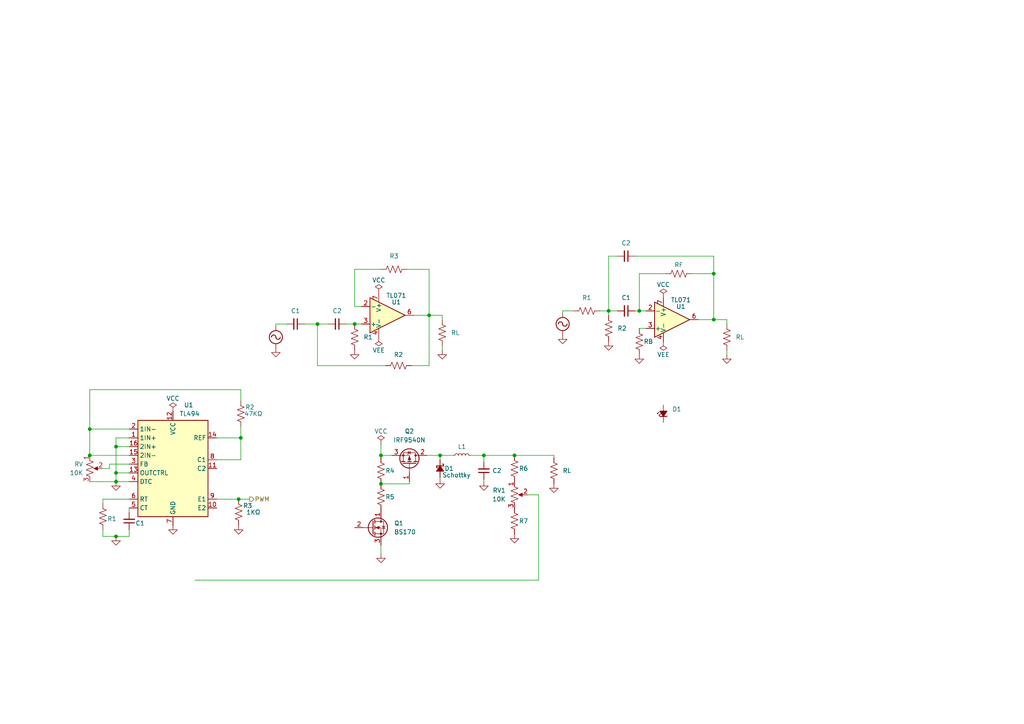
<source format=kicad_sch>
(kicad_sch (version 20211123) (generator eeschema)
  (paper "A4")
  (lib_symbols
    (symbol "2N3904_1" (pin_names (offset 0) hide)
      (property "Reference" "Q1" (at 5.08 1.2701 0))
      (symbol "2N3904_1_1_1"
        (pin passive line (at -5.08 0 0) (length 5.715) (name "B") (number ""))
        (pin passive line (at 2.54 5.08 270) (length 2.54) (name "C") (number ""))
        (pin passive line (at 2.54 -5.08 90) (length 2.54) (name "E") (number ""))
      )
    )
    (symbol "74xx:74LS147" (pin_names (offset 1.016))
      (property "Reference" "U" (at -7.62 13.97 0))
      (property "Value" "74LS147" (at -7.62 -13.97 0))
      (symbol "74LS147_1_0"
        (pin input inverted (at -12.7 2.54 0) (length 5.08) (name "E4") (number "1"))
        (pin input inverted (at -12.7 -10.16 0) (length 5.08) (name "E9") (number "10"))
        (pin input inverted (at -12.7 10.16 0) (length 5.08) (name "E1") (number "11"))
        (pin input inverted (at -12.7 7.62 0) (length 5.08) (name "E2") (number "12"))
        (pin input inverted (at -12.7 5.08 0) (length 5.08) (name "E3") (number "13"))
        (pin output inverted (at 12.7 2.54 180) (length 5.08) (name "S3") (number "14"))
        (pin power_in line (at 0 17.78 270) (length 5.08) (name "VCC") (number "16"))
        (pin input inverted (at -12.7 0 0) (length 5.08) (name "E5") (number "2"))
        (pin input inverted (at -12.7 -2.54 0) (length 5.08) (name "E6") (number "3"))
        (pin input inverted (at -12.7 -5.08 0) (length 5.08) (name "E7") (number "4"))
        (pin input inverted (at -12.7 -7.62 0) (length 5.08) (name "E8") (number "5"))
        (pin output inverted (at 12.7 5.08 180) (length 5.08) (name "S2") (number "6"))
        (pin output inverted (at 12.7 7.62 180) (length 5.08) (name "S1") (number "7"))
        (pin power_in line (at 0 -17.78 90) (length 5.08) (name "GND") (number "8"))
        (pin output inverted (at 12.7 10.16 180) (length 5.08) (name "S0") (number "9"))
      )
    )
    (symbol "74xx:74LS192"
      (property "Reference" "U" (at -7.62 13.97 0))
      (property "Value" "74LS192" (at 5.08 13.97 0))
      (symbol "74LS192_1_0"
        (pin input line (at -12.7 7.62 0) (length 5.08) (name "B") (number "1"))
        (pin input line (at -12.7 5.08 0) (length 5.08) (name "C") (number "10"))
        (pin input line (at -12.7 -2.54 0) (length 5.08) (name "~{LOAD}") (number "11"))
        (pin output line (at 12.7 -2.54 180) (length 5.08) (name "~{CO}") (number "12"))
        (pin output line (at 12.7 -7.62 180) (length 5.08) (name "~{BO}") (number "13"))
        (pin input line (at -12.7 -12.7 0) (length 5.08) (name "CLR") (number "14"))
        (pin input line (at -12.7 10.16 0) (length 5.08) (name "A") (number "15"))
        (pin power_in line (at 0 17.78 270) (length 5.08) (name "VCC") (number "16"))
        (pin output line (at 12.7 7.62 180) (length 5.08) (name "QB") (number "2"))
        (pin output line (at 12.7 10.16 180) (length 5.08) (name "QA") (number "3"))
        (pin input clock (at -12.7 -10.16 0) (length 5.08) (name "DOWN") (number "4"))
        (pin input clock (at -12.7 -7.62 0) (length 5.08) (name "UP") (number "5"))
        (pin output line (at 12.7 5.08 180) (length 5.08) (name "QC") (number "6"))
        (pin output line (at 12.7 2.54 180) (length 5.08) (name "QD") (number "7"))
        (pin power_in line (at 0 -20.32 90) (length 5.08) (name "GND") (number "8"))
        (pin input line (at -12.7 2.54 0) (length 5.08) (name "D") (number "9"))
      )
    )
    (symbol "74xx:74LS47" (pin_names (offset 1.016))
      (property "Reference" "U" (at -7.62 11.43 0))
      (property "Value" "74LS47" (at -7.62 -13.97 0))
      (symbol "74LS47_1_0"
        (pin input line (at -12.7 5.08 0) (length 5.08) (name "B") (number "1"))
        (pin open_collector inverted (at 12.7 0 180) (length 5.08) (name "d") (number "10"))
        (pin open_collector inverted (at 12.7 2.54 180) (length 5.08) (name "c") (number "11"))
        (pin open_collector inverted (at 12.7 5.08 180) (length 5.08) (name "b") (number "12"))
        (pin open_collector inverted (at 12.7 7.62 180) (length 5.08) (name "a") (number "13"))
        (pin open_collector inverted (at 12.7 -7.62 180) (length 5.08) (name "g") (number "14"))
        (pin open_collector inverted (at 12.7 -5.08 180) (length 5.08) (name "f") (number "15"))
        (pin power_in line (at 0 15.24 270) (length 5.08) (name "VCC") (number "16"))
        (pin input line (at -12.7 2.54 0) (length 5.08) (name "C") (number "2"))
        (pin input inverted (at -12.7 -5.08 0) (length 5.08) (name "LT") (number "3"))
        (pin input inverted (at -12.7 -7.62 0) (length 5.08) (name "BI") (number "4"))
        (pin input inverted (at -12.7 -10.16 0) (length 5.08) (name "RBI") (number "5"))
        (pin input line (at -12.7 0 0) (length 5.08) (name "D") (number "6"))
        (pin input line (at -12.7 7.62 0) (length 5.08) (name "A") (number "7"))
        (pin power_in line (at 0 -17.78 90) (length 5.08) (name "GND") (number "8"))
        (pin open_collector inverted (at 12.7 -2.54 180) (length 5.08) (name "e") (number "9"))
      )
    )
    (symbol "ADP5063_1"
      (property "Value" "M38" (at 0 17.78 0))
      (symbol "ADP5063_1_1_1"
        (pin input line (at -10.16 -12.7 0) (length 2.54) (name "GND") (number ""))
        (pin output line (at 10.16 -6.985 180) (length 2.54) (name "Lout+") (number ""))
        (pin output line (at 10.16 -9.525 180) (length 2.54) (name "Lout-") (number ""))
        (pin output line (at 10.16 8.89 180) (length 2.54) (name "Rout+") (number ""))
        (pin output line (at 10.16 6.35 180) (length 2.54) (name "Rout-") (number ""))
        (pin input line (at -10.16 12.7 0) (length 2.54) (name "VBAT") (number ""))
        (pin passive line (at 10.16 12.7 180) (length 2.54) hide (name "ISO_Sx") (number "11"))
        (pin passive line (at 10.16 -5.08 180) (length 2.54) hide (name "ISO_Bx") (number "12"))
        (pin passive line (at 10.16 -5.08 180) (length 2.54) hide (name "ISO_Bx") (number "14"))
        (pin input line (at -10.16 12.7 0) (length 2.54) hide (name "VINx") (number "6"))
        (pin input line (at -10.16 12.7 0) (length 2.54) hide (name "VINx") (number "8"))
        (pin passive line (at 10.16 12.7 180) (length 2.54) hide (name "ISO_Sx") (number "9"))
      )
    )
    (symbol "Amplifier_Operational:LM741" (pin_names (offset 0.127))
      (property "Value" "LM741" (at 3.81 3.81 0))
      (symbol "LM741_1_1"
        (pin input line (at 0 -7.62 90) (length 5.08) hide (name "NULL") (number "1"))
        (pin input line (at -7.62 -2.54 0) (length 2.54) (name "-") (number "2"))
        (pin input line (at -7.62 2.54 0) (length 2.54) (name "+") (number "3"))
        (pin input line (at 2.54 -7.62 90) (length 6.35) hide (name "NULL") (number "5"))
        (pin output line (at 7.62 0 180) (length 2.54) (name "~") (number "6"))
        (pin no_connect line (at 0 2.54 270) (length 2.54) hide (name "NC") (number "8"))
      )
    )
    (symbol "Amplifier_Operational:MCP6001-OT" (pin_names (offset 0.127))
      (property "Reference" "U" (at -1.27 6.35 0))
      (property "Value" "MCP6001-OT" (at -1.27 3.81 0))
      (symbol "MCP6001-OT_0_1"
        (pin power_in line (at -2.54 -7.62 90) (length 3.81) (name "V-") (number "2"))
        (pin power_in line (at -2.54 7.62 270) (length 3.81) (name "V+") (number "5"))
      )
      (symbol "MCP6001-OT_1_1"
        (pin output line (at 7.62 0 180) (length 2.54) (name "~") (number "1"))
        (pin input line (at -7.62 2.54 0) (length 2.54) (name "+") (number "3"))
        (pin input line (at -7.62 -2.54 0) (length 2.54) (name "-") (number "4"))
      )
    )
    (symbol "Amplifier_Operational:MCP6004" (pin_names (offset 0.127))
      (property "Reference" "U" (at 0 5.08 0))
      (property "Value" "MCP6004" (at 0 -5.08 0))
      (symbol "MCP6004_1_1"
        (pin output line (at 7.62 0 180) (length 2.54) (name "~") (number "1"))
        (pin input line (at -7.62 -2.54 0) (length 2.54) (name "-") (number "2"))
        (pin input line (at -7.62 2.54 0) (length 2.54) (name "+") (number "3"))
      )
      (symbol "MCP6004_2_1"
        (pin input line (at -7.62 2.54 0) (length 2.54) (name "+") (number "5"))
        (pin input line (at -7.62 -2.54 0) (length 2.54) (name "-") (number "6"))
        (pin output line (at 7.62 0 180) (length 2.54) (name "~") (number "7"))
      )
      (symbol "MCP6004_3_1"
        (pin input line (at -7.62 2.54 0) (length 2.54) (name "+") (number "10"))
        (pin output line (at 7.62 0 180) (length 2.54) (name "~") (number "8"))
        (pin input line (at -7.62 -2.54 0) (length 2.54) (name "-") (number "9"))
      )
      (symbol "MCP6004_4_1"
        (pin input line (at -7.62 2.54 0) (length 2.54) (name "+") (number "12"))
        (pin input line (at -7.62 -2.54 0) (length 2.54) (name "-") (number "13"))
        (pin output line (at 7.62 0 180) (length 2.54) (name "~") (number "14"))
      )
      (symbol "MCP6004_5_1"
        (pin power_in line (at -2.54 -7.62 90) (length 3.81) (name "V-") (number "11"))
        (pin power_in line (at -2.54 7.62 270) (length 3.81) (name "V+") (number "4"))
      )
    )
    (symbol "Amplifier_Operational:TL071" (pin_names (offset 0.127))
      (property "Reference" "U?" (at 1.27 6.985 0))
      (property "Value" "TL071" (at 1.905 4.445 0))
      (symbol "TL071_1_1"
        (pin input line (at -7.62 -2.54 0) (length 2.54) (name "-") (number "2"))
        (pin input line (at -7.62 2.54 0) (length 2.54) (name "+") (number "3"))
        (pin power_in line (at -2.54 6.35 270) (length 2.5) (name "V-") (number "4"))
        (pin output line (at 7.62 0 180) (length 2.54) (name "~") (number "6"))
        (pin power_in line (at -2.54 -6.35 90) (length 2.5) (name "V+") (number "7"))
        (pin no_connect line (at 0 2.54 270) (length 2.54) hide (name "NC") (number "8"))
      )
    )
    (symbol "Battery_Management:ADP5063"
      (property "Value" "TP4056" (at 0 17.78 0))
      (symbol "ADP5063_1_1"
        (pin output line (at 10.16 7.62 180) (length 2.54) (name "BAT+") (number ""))
        (pin output line (at 10.16 -8.255 180) (length 2.54) (name "BAT-") (number ""))
        (pin passive line (at 10.16 12.7 180) (length 2.54) (name "Out+") (number ""))
        (pin passive line (at 10.16 12.7 180) (length 2.54) (name "Out+") (number ""))
        (pin passive line (at 10.16 -12.7 180) (length 2.54) (name "Out-") (number ""))
        (pin input line (at -10.16 0 0) (length 2.54) (name "USB_C") (number ""))
        (pin passive line (at 10.16 -5.08 180) (length 2.54) hide (name "ISO_Bx") (number "14"))
        (pin input line (at -10.16 12.7 0) (length 2.54) hide (name "VINx") (number "6"))
        (pin input line (at -10.16 12.7 0) (length 2.54) hide (name "VINx") (number "8"))
      )
    )
    (symbol "Connector:Conn_01x02_Female" (pin_names (offset 1.016) hide)
      (property "Reference" "J?" (at -5.715 3.175 0))
      (property "Value" "Conn_01x02_Female" (at -3.175 3.175 0))
      (symbol "Conn_01x02_Female_1_1"
        (pin passive line (at 0 -2.54 180) (length 3.81) (name "") (number ""))
        (pin passive line (at 0 0 180) (length 3.81) (name "") (number ""))
        (pin passive line (at -5.08 -2.54 0) (length 3.81) (name "Pin_2") (number "BLK"))
        (pin passive line (at -5.08 0 0) (length 3.81) (name "Pin_1") (number "RED"))
      )
    )
    (symbol "Connector:Conn_01x02_Male" (pin_names (offset 1.016) hide)
      (property "Reference" "J1" (at 4.445 5.715 0))
      (property "Value" "Conn_01x02_Male" (at 4.445 3.175 0))
      (symbol "Conn_01x02_Male_1_1"
        (pin passive line (at 1.27 0 0) (length 3.81) (name "Pin_1") (number ""))
        (pin passive line (at 1.27 -2.54 0) (length 3.81) (name "Pin_2") (number ""))
        (pin passive line (at 5.08 0 180) (length 3.81) (name "Pin_1") (number "1"))
        (pin passive line (at 5.08 -2.54 180) (length 3.81) (name "Pin_2") (number "2"))
      )
    )
    (symbol "Connector:Conn_01x03_Female" (pin_names (offset 1.016) hide)
      (property "Reference" "J?" (at -13.97 -5.08 0))
      (property "Value" "Conn_01x03_Female" (at -2.54 -5.08 0))
      (symbol "Conn_01x03_Female_1_1"
        (pin passive line (at 0 -2.54 180) (length 3.81) (name "Pin_1") (number ""))
        (pin passive line (at 0 0 180) (length 3.81) (name "Pin_1") (number ""))
        (pin passive line (at 0 2.54 180) (length 3.81) (name "Pin_1") (number ""))
        (pin passive line (at -5.08 2.54 0) (length 3.81) (name "1") (number "BLK"))
        (pin passive line (at -5.08 0 0) (length 3.81) (name "Pin_2") (number "RED"))
        (pin passive line (at -5.08 -2.54 0) (length 3.81) (name "3") (number "WHT"))
      )
    )
    (symbol "Connector:TestPoint" (pin_numbers hide) (pin_names (offset 0.762) hide)
      (property "Reference" "TP" (at 0 6.858 0))
      (property "Value" "TestPoint" (at 0 5.08 0))
      (symbol "TestPoint_1_1"
        (pin passive line (at 0 0 90) (length 2.54) (name "1") (number "1"))
      )
    )
    (symbol "Device:Battery_Cell" (pin_numbers hide) (pin_names (offset 0) hide)
      (property "Reference" "BT" (at 2.54 2.54 0))
      (property "Value" "Battery_Cell" (at 2.54 0 0))
      (symbol "Battery_Cell_1_1"
        (pin passive line (at 0 5.08 270) (length 2.54) (name "+") (number "1"))
        (pin passive line (at 0 -2.54 90) (length 2.54) (name "-") (number "2"))
      )
    )
    (symbol "Device:C_Small" (pin_numbers hide) (pin_names (offset 0.254) hide)
      (property "Reference" "C" (at 0.254 1.778 0))
      (property "Value" "C_Small" (at 0.254 -2.032 0))
      (symbol "C_Small_1_1"
        (pin passive line (at 0 2.54 270) (length 2.032) (name "~") (number "1"))
        (pin passive line (at 0 -2.54 90) (length 2.032) (name "~") (number "2"))
      )
    )
    (symbol "Device:D_Schottky_Small_Filled" (pin_numbers hide) (pin_names (offset 0.254) hide)
      (property "Reference" "D" (at -1.27 2.032 0))
      (property "Value" "D_Schottky_Small_Filled" (at -7.112 -2.032 0))
      (symbol "D_Schottky_Small_Filled_1_1"
        (pin passive line (at -2.54 0 0) (length 1.778) (name "K") (number "1"))
        (pin passive line (at 2.54 0 180) (length 1.778) (name "A") (number "2"))
      )
    )
    (symbol "Device:LED_Small_Filled" (pin_numbers hide) (pin_names (offset 0.254) hide)
      (property "Reference" "D" (at -1.27 3.175 0))
      (property "Value" "LED_Small_Filled" (at -4.445 -2.54 0))
      (symbol "LED_Small_Filled_1_1"
        (pin passive line (at -2.54 0 0) (length 1.778) (name "K") (number "1"))
        (pin passive line (at 2.54 0 180) (length 1.778) (name "A") (number "2"))
      )
    )
    (symbol "Device:L_Small" (pin_numbers hide) (pin_names (offset 0.254) hide)
      (property "Reference" "L" (at 0.762 1.016 0))
      (property "Value" "L_Small" (at 0.762 -1.016 0))
      (symbol "L_Small_1_1"
        (pin passive line (at 0 2.54 270) (length 0.508) (name "~") (number "1"))
        (pin passive line (at 0 -2.54 90) (length 0.508) (name "~") (number "2"))
      )
    )
    (symbol "Device:R_Potentiometer_US" (pin_names (offset 1.016) hide)
      (property "Reference" "RV" (at -4.445 0 90))
      (property "Value" "R_Potentiometer_US" (at -2.54 0 90))
      (symbol "R_Potentiometer_US_1_1"
        (pin passive line (at 0 3.81 270) (length 1.27) (name "1") (number "1"))
        (pin passive line (at 3.81 0 180) (length 1.27) (name "2") (number "2"))
        (pin passive line (at 0 -3.81 90) (length 1.27) (name "3") (number "3"))
      )
    )
    (symbol "Device:R_Small_US" (pin_numbers hide) (pin_names (offset 0.254) hide)
      (property "Reference" "R" (at 0.762 0.508 0))
      (property "Value" "R_Small_US" (at 0.762 -1.016 0))
      (symbol "R_Small_US_1_1"
        (pin passive line (at 0 2.54 270) (length 1.016) (name "~") (number "1"))
        (pin passive line (at 0 -2.54 90) (length 1.016) (name "~") (number "2"))
      )
    )
    (symbol "Device:R_US" (pin_numbers hide) (pin_names (offset 0))
      (property "Reference" "R" (at 2.54 0 90))
      (property "Value" "R_US" (at -2.54 0 90))
      (symbol "R_US_1_1"
        (pin passive line (at 0 3.81 270) (length 1.27) (name "~") (number "1"))
        (pin passive line (at 0 -3.81 90) (length 1.27) (name "~") (number "2"))
      )
    )
    (symbol "Device:R_Variable_US" (pin_numbers hide) (pin_names (offset 0))
      (property "Reference" "R" (at 2.54 -2.54 90))
      (property "Value" "R_Variable_US" (at -2.54 -1.27 90))
      (symbol "R_Variable_US_1_1"
        (pin passive line (at 0 3.81 270) (length 1.27) (name "~") (number "1"))
        (pin passive line (at 0 -3.81 90) (length 1.27) (name "~") (number "2"))
      )
    )
    (symbol "Diode:1N4001" (pin_numbers hide) (pin_names hide)
      (property "Reference" "D?" (at 3.175 1.2701 90))
      (property "Value" "1N4001" (at 3.175 -1.2699 90))
      (symbol "1N4001_1_1"
        (pin passive line (at -3.81 0 0) (length 2.54) (name "K") (number "1"))
        (pin passive line (at 3.81 0 180) (length 2.54) (name "A") (number "2"))
      )
    )
    (symbol "Display_Character:HDSP-7401"
      (property "Reference" "U" (at -3.81 13.97 0))
      (property "Value" "HDSP-7401" (at 6.35 13.97 0))
      (symbol "HDSP-7401_1_0"
        (text "A" (at 0.254 2.413 0) (effects (font (size 0.508 0.508))))
        (text "B" (at 2.54 1.651 0) (effects (font (size 0.508 0.508))))
        (text "C" (at 2.286 -1.397 0) (effects (font (size 0.508 0.508))))
        (text "D" (at -0.254 -2.159 0) (effects (font (size 0.508 0.508))))
        (text "DP" (at 3.556 -2.921 0) (effects (font (size 0.508 0.508))))
        (text "E" (at -2.54 -1.397 0) (effects (font (size 0.508 0.508))))
        (text "F" (at -2.286 1.651 0) (effects (font (size 0.508 0.508))))
        (text "G" (at 0 0.889 0) (effects (font (size 0.508 0.508))))
      )
      (symbol "HDSP-7401_1_1"
        (pin input line (at 7.62 -7.62 180) (length 2.54) (name "CA") (number "1"))
        (pin input line (at -7.62 7.62 0) (length 2.54) (name "A") (number "10"))
        (pin input line (at -7.62 -5.08 0) (length 2.54) (name "F") (number "2"))
        (pin input line (at -7.62 -7.62 0) (length 2.54) (name "G") (number "3"))
        (pin input line (at -7.62 -2.54 0) (length 2.54) (name "E") (number "4"))
        (pin input line (at -7.62 0 0) (length 2.54) (name "D") (number "5"))
        (pin input line (at 7.62 -10.16 180) (length 2.54) (name "CA") (number "6"))
        (pin input line (at -7.62 -10.16 0) (length 2.54) (name "DP") (number "7"))
        (pin input line (at -7.62 2.54 0) (length 2.54) (name "C") (number "8"))
        (pin input line (at -7.62 5.08 0) (length 2.54) (name "B") (number "9"))
      )
    )
    (symbol "Driver_Motor:A4953_LJ" (pin_names (offset 1.016))
      (property "Reference" "ESC" (at 2.0194 10.16 0))
      (symbol "A4953_LJ_1_1"
        (pin power_out line (at 10.16 -2.54 180) (length 2.54) (name "Motor") (number ""))
        (pin power_out line (at 10.16 0 180) (length 2.54) (name "Motor") (number ""))
        (pin input line (at -10.16 -5.08 0) (length 2.54) (name "PWM") (number ""))
        (pin input line (at -10.16 -2.54 0) (length 2.54) (name "PWM") (number ""))
        (pin input line (at -10.16 0 0) (length 2.54) (name "PWM") (number ""))
        (pin power_in line (at -1.27 10.16 270) (length 2.54) (name "GND") (number "1"))
        (pin power_in line (at 1.27 10.16 270) (length 2.54) (name "VBB") (number "5"))
      )
    )
    (symbol "Motor:Motor_DC_ALT" (pin_names (offset 0))
      (property "Reference" "M" (at 2.54 2.54 0))
      (property "Value" "Motor_DC_ALT" (at 2.54 -5.08 0))
      (symbol "Motor_DC_ALT_1_1"
        (pin passive line (at 0 5.08 270) (length 2.54) (name "+") (number "1"))
        (pin passive line (at 0 -7.62 90) (length 2.54) (name "-") (number "2"))
      )
    )
    (symbol "PWR_FLAG_1" (power) (pin_numbers hide) (pin_names (offset 0) hide)
      (property "Value" "PWR_FLAG_1" (at 0 -4.445 0))
      (symbol "PWR_FLAG_1_0_0"
        (pin power_out line (at 0 0 90) (length 0) (name "pwr") (number "1"))
      )
    )
    (symbol "PWR_FLAG_2" (power) (pin_numbers hide) (pin_names (offset 0) hide)
      (property "Value" "PWR_FLAG_2" (at 0 3.81 0))
      (symbol "PWR_FLAG_2_0_0"
        (pin power_out line (at 0 0 90) (length 0) (name "pwr") (number "1"))
      )
    )
    (symbol "PWR_FLAG_3" (power) (pin_numbers hide) (pin_names (offset 0) hide)
      (property "Value" "PWR_FLAG_3" (at 0 3.81 0))
      (symbol "PWR_FLAG_3_0_0"
        (pin power_out line (at 0 0 90) (length 0) (name "pwr") (number "1"))
      )
    )
    (symbol "Regulator_Controller:TL494"
      (property "Reference" "U1" (at 2.0194 20.32 0))
      (property "Value" "TL494" (at 2.0194 17.78 0))
      (symbol "TL494_1_1"
        (pin input line (at -12.7 10.16 0) (length 2.54) (name "1IN+") (number "1"))
        (pin passive line (at 12.7 -10.16 180) (length 2.54) (name "E2") (number "10"))
        (pin passive line (at 12.7 1.27 180) (length 2.54) (name "C2") (number "11"))
        (pin power_in line (at 0 17.78 270) (length 2.54) (name "VCC") (number "12"))
        (pin input line (at -12.7 0 0) (length 2.54) (name "OUTCTRL") (number "13"))
        (pin power_out line (at 12.7 10.16 180) (length 2.54) (name "REF") (number "14"))
        (pin input line (at -12.7 5.08 0) (length 2.54) (name "2IN-") (number "15"))
        (pin input line (at -12.7 7.62 0) (length 2.54) (name "2IN+") (number "16"))
        (pin input line (at -12.7 12.7 0) (length 2.54) (name "1IN-") (number "2"))
        (pin output line (at -12.7 2.54 0) (length 2.54) (name "FB") (number "3"))
        (pin input line (at -12.7 -2.54 0) (length 2.54) (name "DTC") (number "4"))
        (pin passive line (at -12.7 -10.16 0) (length 2.54) (name "CT") (number "5"))
        (pin passive line (at -12.7 -7.62 0) (length 2.54) (name "RT") (number "6"))
        (pin power_in line (at 0 -15.24 90) (length 2.54) (name "GND") (number "7"))
        (pin passive line (at 12.7 3.81 180) (length 2.54) (name "C1") (number "8"))
        (pin passive line (at 12.7 -7.62 180) (length 2.54) (name "E1") (number "9"))
      )
    )
    (symbol "Speaker_1" (pin_names (offset 0) hide)
      (symbol "Speaker_1_1_1"
        (pin input line (at -5.08 0 0) (length 2.54) (name "1") (number "+"))
        (pin input line (at -5.08 -2.54 0) (length 2.54) (name "2") (number "-"))
      )
    )
    (symbol "Switch:SW_SPST" (pin_names (offset 0) hide)
      (symbol "SW_SPST_1_1"
        (pin passive line (at -5.08 0 0) (length 2.54) (name "A") (number ""))
        (pin passive line (at 5.08 0 180) (length 2.54) (name "B") (number ""))
      )
    )
    (symbol "Transistor_BJT:2N3904" (pin_names (offset 0) hide)
      (property "Reference" "Q2" (at -5.08 1.2701 0))
      (symbol "2N3904_1_1"
        (pin passive line (at -5.08 0 0) (length 5.715) (name "B") (number ""))
        (pin passive line (at 2.54 5.08 270) (length 2.54) (name "C") (number ""))
        (pin passive line (at 2.54 -5.08 90) (length 2.54) (name "E") (number ""))
      )
    )
    (symbol "Transistor_BJT:2N3906" (pin_names (offset 0) hide)
      (property "Reference" "Q7" (at 5.715 0.0001 0))
      (symbol "2N3906_1_1"
        (pin input line (at -5.08 0 0) (length 5.715) (name "B") (number ""))
        (pin passive line (at 2.54 5.08 270) (length 2.54) (name "C") (number ""))
        (pin passive line (at 2.54 -5.08 90) (length 2.54) (name "E") (number ""))
      )
    )
    (symbol "Transistor_BJT:TIP41" (pin_names (offset 0) hide)
      (property "Reference" "Q" (at 6.35 1.905 0))
      (property "Value" "TIP41" (at 6.35 0 0))
      (symbol "TIP41_1_1"
        (pin input line (at -5.08 0 0) (length 5.715) (name "B") (number "1"))
        (pin passive line (at 2.54 5.08 270) (length 2.54) (name "C") (number "2"))
        (pin passive line (at 2.54 -5.08 90) (length 2.54) (name "E") (number "3"))
      )
    )
    (symbol "Transistor_BJT:TIP42" (pin_names (offset 0) hide)
      (property "Reference" "Q" (at 6.35 1.905 0))
      (property "Value" "TIP42" (at 6.35 0 0))
      (symbol "TIP42_1_1"
        (pin input line (at -5.08 0 0) (length 5.715) (name "B") (number "1"))
        (pin passive line (at 2.54 5.08 270) (length 2.54) (name "C") (number "2"))
        (pin passive line (at 2.54 -5.08 90) (length 2.54) (name "E") (number "3"))
      )
    )
    (symbol "Transistor_FET:BS170" (pin_names hide)
      (property "Reference" "Q" (at 5.08 1.905 0))
      (property "Value" "BS170" (at 5.08 0 0))
      (symbol "BS170_1_1"
        (pin passive line (at 2.54 5.08 270) (length 2.54) (name "D") (number "1"))
        (pin input line (at -5.08 0 0) (length 2.54) (name "G") (number "2"))
        (pin passive line (at 2.54 -5.08 90) (length 2.54) (name "S") (number "3"))
      )
    )
    (symbol "Transistor_FET:IRF9540N" (pin_names hide)
      (property "Reference" "Q" (at 5.08 1.905 0))
      (property "Value" "IRF9540N" (at 5.08 0 0))
      (symbol "IRF9540N_1_1"
        (pin input line (at -5.08 0 0) (length 2.54) (name "G") (number "1"))
        (pin passive line (at 2.54 5.08 270) (length 2.54) (name "D") (number "2"))
        (pin passive line (at 2.54 -5.08 90) (length 2.54) (name "S") (number "3"))
      )
    )
    (symbol "power:AC" (power) (pin_names (offset 0))
      (property "Value" "AC" (at -3.81 3.81 0))
      (symbol "AC_1_1"
        (pin power_in line (at 0 0 90) (length 0) hide (name "AC") (number "1"))
        (pin power_in line (at 0 6.35 180) (length 0) hide (name "AC") (number "1"))
      )
    )
    (symbol "power:GND" (power) (pin_names (offset 0))
      (property "Value" "GND" (at 0 -3.81 0))
      (symbol "GND_1_1"
        (pin power_in line (at 0 0 270) (length 0) hide (name "GND") (number "1"))
      )
    )
    (symbol "power:GND1" (power) (pin_names (offset 0))
      (property "Value" "GND1" (at 0 -3.81 0))
      (symbol "GND1_1_1"
        (pin power_in line (at 0 0 270) (length 0) hide (name "GND1") (number "1"))
      )
    )
    (symbol "power:PWR_FLAG" (power) (pin_numbers hide) (pin_names (offset 0) hide)
      (property "Value" "VCC" (at 0 5.715 0))
      (symbol "PWR_FLAG_0_0"
        (pin power_out line (at 0 0 90) (length 0) (name "pwr") (number "1"))
      )
    )
    (symbol "power:VAC" (power) (pin_names (offset 0))
      (property "Value" "VAC" (at 0 7.62 0))
      (symbol "VAC_1_1"
        (pin power_in line (at 0 0 90) (length 0) hide (name "VAC") (number "1"))
        (pin power_in line (at 0 6.35 90) (length 0) hide (name "VAC") (number "1"))
      )
    )
  )
  (junction (at 207.01 92.71))
  (junction (at 400.05 143.51))
  (junction (at -76.835 59.69))
  (junction (at 33.655 155.575))
  (junction (at -227.33 245.11))
  (junction (at -215.265 76.835))
  (junction (at 387.35 143.51))
  (junction (at 334.01 84.455))
  (junction (at 33.655 137.16))
  (junction (at 485.14 127.635))
  (junction (at 356.235 143.51))
  (junction (at 33.655 129.54))
  (junction (at -240.03 24.13))
  (junction (at -113.03 59.69))
  (junction (at 207.01 79.375))
  (junction (at -92.075 67.31))
  (junction (at 127.635 132.08))
  (junction (at 485.14 189.865))
  (junction (at 476.885 175.895))
  (junction (at 386.08 146.05))
  (junction (at 160.02 304.8))
  (junction (at -231.14 11.43))
  (junction (at 388.62 140.97))
  (junction (at 102.87 93.98))
  (junction (at 485.14 98.425))
  (junction (at 33.655 139.7))
  (junction (at -128.27 80.01))
  (junction (at -41.275 59.69))
  (junction (at 69.215 144.78))
  (junction (at -76.835 90.805))
  (junction (at 185.42 90.17))
  (junction (at 476.885 113.665))
  (junction (at 476.885 142.875))
  (junction (at 433.705 25.4))
  (junction (at -119.38 74.93))
  (junction (at 417.83 138.43))
  (junction (at 485.14 221.615))
  (junction (at -64.135 17.145))
  (junction (at 110.49 132.08))
  (junction (at 405.765 41.275))
  (junction (at 368.935 171.45))
  (junction (at -64.135 103.505))
  (junction (at -123.825 100.33))
  (junction (at 176.53 90.17))
  (junction (at 366.395 67.31))
  (junction (at 485.14 160.655))
  (junction (at 26.035 132.08))
  (junction (at 459.105 38.735))
  (junction (at 384.81 148.59))
  (junction (at 140.335 132.08))
  (junction (at 356.235 146.05))
  (junction (at 450.85 140.97))
  (junction (at 26.035 124.46))
  (junction (at -124.46 46.99))
  (junction (at 447.675 140.97))
  (junction (at -146.05 67.31))
  (junction (at 476.885 203.835))
  (junction (at -51.435 59.69))
  (junction (at 400.05 140.97))
  (junction (at 110.49 140.335))
  (junction (at 351.155 86.995))
  (junction (at 69.85 127))
  (junction (at 400.05 146.05))
  (junction (at 356.235 148.59))
  (junction (at 124.46 91.44))
  (junction (at -76.835 29.845))
  (junction (at 431.165 41.275))
  (junction (at 422.275 138.43))
  (junction (at 455.295 38.735))
  (junction (at 400.05 135.89))
  (junction (at 383.54 69.85))
  (junction (at 179.705 302.26))
  (junction (at -119.38 88.9))
  (junction (at 417.83 41.275))
  (junction (at -227.965 97.155))
  (junction (at -227.965 76.835))
  (junction (at 149.225 132.08))
  (junction (at 92.075 93.98))
  (junction (at 431.165 138.43))
  (junction (at -231.14 264.16))
  (junction (at -102.87 67.31))
  (no_connect (at -228.6 261.62))
  (wire (pts (xy -146.05 67.31) (xy -143.51 67.31)))
  (wire (pts (xy 450.85 140.97) (xy 452.755 140.97)))
  (wire (pts (xy -233.68 259.08) (xy -228.6 259.08)))
  (wire (pts (xy 356.235 171.45) (xy 356.235 163.83)))
  (wire (pts (xy 450.85 38.735) (xy 455.295 38.735)))
  (wire (pts (xy -252.73 76.835) (xy -246.38 76.835)))
  (wire (pts (xy 381.635 146.05) (xy 386.08 146.05)))
  (wire (pts (xy 335.28 89.535) (xy 332.74 89.535)))
  (wire (pts (xy 417.83 47.625) (xy 417.83 53.34)))
  (wire (pts (xy 476.885 175.895) (xy 496.57 175.895)))
  (wire (pts (xy 31.75 135.89) (xy 31.75 134.62)))
  (wire (pts (xy 365.125 86.995) (xy 365.125 80.645)))
  (wire (pts (xy 443.23 125.095) (xy 447.675 125.095)))
  (wire (pts (xy -113.03 58.42) (xy -113.03 59.69)))
  (wire (pts (xy 31.75 134.62) (xy 37.465 134.62)))
  (wire (pts (xy -84.455 67.31) (xy -84.455 113.03)))
  (wire (pts (xy -252.73 97.155) (xy -227.965 97.155)))
  (wire (pts (xy 69.215 144.78) (xy 72.39 144.78)))
  (wire (pts (xy 381.635 143.51) (xy 387.35 143.51)))
  (wire (pts (xy 186.69 302.26) (xy 186.69 304.165)))
  (wire (pts (xy 388.62 140.97) (xy 388.62 162.56)))
  (wire (pts (xy 396.875 140.97) (xy 400.05 140.97)))
  (wire (pts (xy 386.08 146.05) (xy 386.08 167.64)))
  (wire (pts (xy 524.51 170.815) (xy 526.415 170.815)))
  (wire (pts (xy -124.46 44.45) (xy -124.46 46.99)))
  (wire (pts (xy 177.165 302.26) (xy 179.705 302.26)))
  (wire (pts (xy 400.05 125.095) (xy 400.05 135.89)))
  (wire (pts (xy 33.655 155.575) (xy 29.845 155.575)))
  (wire (pts (xy -233.68 264.16) (xy -231.14 264.16)))
  (wire (pts (xy 435.61 36.195) (xy 433.705 36.195)))
  (wire (pts (xy 418.465 25.4) (xy 418.465 27.94)))
  (wire (pts (xy 431.165 125.095) (xy 435.61 125.095)))
  (wire (pts (xy 351.155 86.995) (xy 365.125 86.995)))
  (wire (pts (xy -92.075 67.31) (xy -92.075 69.215)))
  (wire (pts (xy -147.955 67.31) (xy -146.05 67.31)))
  (wire (pts (xy -223.52 261.62) (xy -219.075 261.62)))
  (wire (pts (xy 92.075 93.98) (xy 92.075 106.045)))
  (wire (pts (xy 333.375 84.455) (xy 334.01 84.455)))
  (wire (pts (xy 485.14 160.655) (xy 496.57 160.655)))
  (wire (pts (xy 485.14 221.615) (xy 496.57 221.615)))
  (wire (pts (xy 417.83 138.43) (xy 422.275 138.43)))
  (wire (pts (xy 524.51 206.375) (xy 511.81 206.375)))
  (wire (pts (xy 160.655 132.08) (xy 149.225 132.08)))
  (wire (pts (xy -64.135 41.275) (xy -59.055 41.275)))
  (wire (pts (xy 37.465 147.32) (xy 37.465 148.59)))
  (wire (pts (xy 433.705 25.4) (xy 441.325 25.4)))
  (wire (pts (xy 520.7 145.415) (xy 511.81 145.415)))
  (wire (pts (xy 476.885 113.665) (xy 496.57 113.665)))
  (wire (pts (xy 110.49 128.905) (xy 110.49 132.08)))
  (wire (pts (xy -38.1 59.69) (xy -38.1 60.325)))
  (wire (pts (xy 485.14 98.425) (xy 496.57 98.425)))
  (wire (pts (xy 110.49 140.335) (xy 118.745 140.335)))
  (wire (pts (xy -76.835 17.145) (xy -64.135 17.145)))
  (wire (pts (xy 447.675 140.97) (xy 450.85 140.97)))
  (wire (pts (xy 384.81 170.18) (xy 399.415 170.18)))
  (wire (pts (xy -64.135 34.925) (xy -64.135 41.275)))
  (wire (pts (xy 356.235 148.59) (xy 356.235 153.67)))
  (wire (pts (xy 102.87 78.105) (xy 110.49 78.105)))
  (wire (pts (xy -113.03 46.99) (xy -113.03 50.8)))
  (wire (pts (xy 62.865 133.35) (xy 69.85 133.35)))
  (wire (pts (xy -124.46 46.99) (xy -113.03 46.99)))
  (wire (pts (xy -227.965 94.615) (xy -227.965 97.155)))
  (wire (pts (xy -76.835 48.26) (xy -76.835 59.69)))
  (wire (pts (xy 33.655 139.7) (xy 37.465 139.7)))
  (wire (pts (xy -119.38 88.9) (xy -119.38 85.09)))
  (wire (pts (xy -210.185 245.11) (xy -218.44 245.11)))
  (wire (pts (xy 350.52 86.995) (xy 351.155 86.995)))
  (wire (pts (xy 415.925 41.275) (xy 417.83 41.275)))
  (wire (pts (xy -175.895 267.97) (xy -175.895 266.7)))
  (wire (pts (xy 520.7 145.415) (xy 520.7 160.655)))
  (wire (pts (xy -248.92 11.43) (xy -248.92 13.97)))
  (wire (pts (xy 160.02 304.8) (xy 160.02 313.055)))
  (wire (pts (xy -227.965 76.835) (xy -227.965 79.375)))
  (wire (pts (xy 455.295 38.735) (xy 455.295 25.4)))
  (wire (pts (xy -51.435 46.355) (xy -51.435 48.895)))
  (wire (pts (xy 33.655 137.16) (xy 37.465 137.16)))
  (wire (pts (xy 429.26 25.4) (xy 433.705 25.4)))
  (wire (pts (xy 383.54 69.85) (xy 386.08 69.85)))
  (wire (pts (xy 400.05 146.05) (xy 400.05 143.51)))
  (wire (pts (xy 368.935 171.45) (xy 356.235 171.45)))
  (wire (pts (xy 150.495 299.72) (xy 151.13 299.72)))
  (wire (pts (xy -41.275 59.69) (xy -41.275 113.03)))
  (wire (pts (xy 29.845 135.89) (xy 31.75 135.89)))
  (wire (pts (xy 176.53 90.17) (xy 176.53 91.44)))
  (wire (pts (xy 33.655 137.16) (xy 33.655 139.7)))
  (wire (pts (xy -76.835 29.845) (xy -71.755 29.845)))
  (wire (pts (xy -102.87 67.31) (xy -100.33 67.31)))
  (wire (pts (xy 526.415 155.575) (xy 524.51 155.575)))
  (wire (pts (xy 26.035 139.7) (xy 33.655 139.7)))
  (wire (pts (xy 185.42 95.25) (xy 187.325 95.25)))
  (wire (pts (xy 179.705 302.26) (xy 186.69 302.26)))
  (wire (pts (xy 526.415 100.965) (xy 511.81 100.965)))
  (wire (pts (xy 44.45 274.32) (xy 54.61 274.32)))
  (wire (pts (xy 400.05 143.51) (xy 400.05 140.97)))
  (wire (pts (xy 353.695 95.885) (xy 353.695 97.79)))
  (wire (pts (xy -119.38 98.425) (xy -119.38 100.33)))
  (wire (pts (xy -135.89 74.93) (xy -135.89 72.39)))
  (wire (pts (xy 123.825 132.08) (xy 127.635 132.08)))
  (wire (pts (xy 387.35 143.51) (xy 387.35 165.1)))
  (wire (pts (xy 384.81 148.59) (xy 389.255 148.59)))
  (wire (pts (xy -128.27 100.33) (xy -123.825 100.33)))
  (wire (pts (xy -231.14 264.16) (xy -228.6 264.16)))
  (wire (pts (xy -41.91 59.69) (xy -41.275 59.69)))
  (wire (pts (xy 400.05 148.59) (xy 400.05 146.05)))
  (wire (pts (xy 29.845 155.575) (xy 29.845 153.67)))
  (wire (pts (xy 111.76 106.045) (xy 92.075 106.045)))
  (wire (pts (xy -155.575 67.31) (xy -155.575 69.215)))
  (wire (pts (xy 128.27 100.33) (xy 128.27 101.6)))
  (wire (pts (xy 179.705 313.055) (xy 179.705 302.26)))
  (wire (pts (xy 354.33 148.59) (xy 356.235 148.59)))
  (wire (pts (xy -113.03 74.93) (xy -113.03 72.39)))
  (wire (pts (xy 396.875 146.05) (xy 400.05 146.05)))
  (wire (pts (xy 485.14 189.865) (xy 496.57 189.865)))
  (wire (pts (xy -105.41 67.31) (xy -102.87 67.31)))
  (wire (pts (xy -76.835 26.67) (xy -76.835 29.845)))
  (wire (pts (xy -240.03 24.13) (xy -248.92 24.13)))
  (wire (pts (xy -76.835 79.375) (xy -76.835 90.805)))
  (wire (pts (xy 156.21 143.51) (xy 156.21 168.275)))
  (wire (pts (xy 69.85 127) (xy 69.85 133.35)))
  (wire (pts (xy 526.415 224.155) (xy 526.415 173.355)))
  (wire (pts (xy -227.965 76.835) (xy -227.965 74.295)))
  (wire (pts (xy 334.01 84.455) (xy 335.28 84.455)))
  (wire (pts (xy 110.49 132.08) (xy 113.665 132.08)))
  (wire (pts (xy -135.89 80.01) (xy -128.27 80.01)))
  (wire (pts (xy 387.35 143.51) (xy 389.255 143.51)))
  (wire (pts (xy 88.265 93.98) (xy 92.075 93.98)))
  (wire (pts (xy 104.775 88.9) (xy 102.87 88.9)))
  (wire (pts (xy 522.605 168.275) (xy 526.415 168.275)))
  (wire (pts (xy -113.03 59.69) (xy -113.03 62.23)))
  (wire (pts (xy 153.035 143.51) (xy 156.21 143.51)))
  (wire (pts (xy -102.87 76.835) (xy -102.87 78.74)))
  (wire (pts (xy 522.605 130.175) (xy 522.605 158.115)))
  (wire (pts (xy 26.035 113.03) (xy 69.85 113.03)))
  (wire (pts (xy 140.335 139.065) (xy 140.335 139.7)))
  (wire (pts (xy 365.76 67.31) (xy 366.395 67.31)))
  (wire (pts (xy 356.235 140.97) (xy 356.235 143.51)))
  (wire (pts (xy 522.605 192.405) (xy 511.81 192.405)))
  (wire (pts (xy 92.075 93.98) (xy 95.25 93.98)))
  (wire (pts (xy -189.23 261.62) (xy -180.34 261.62)))
  (wire (pts (xy 431.165 138.43) (xy 431.165 125.095)))
  (wire (pts (xy 124.46 106.045) (xy 124.46 91.44)))
  (wire (pts (xy 62.865 127) (xy 69.85 127)))
  (wire (pts (xy -76.835 90.805) (xy -76.835 93.98)))
  (wire (pts (xy -135.89 88.9) (xy -135.89 90.17)))
  (wire (pts (xy -128.27 93.98) (xy -128.27 100.33)))
  (wire (pts (xy -215.265 76.835) (xy -210.82 76.835)))
  (wire (pts (xy 100.33 93.98) (xy 102.87 93.98)))
  (wire (pts (xy -41.275 59.69) (xy -38.1 59.69)))
  (wire (pts (xy 150.495 304.8) (xy 150.495 305.435)))
  (wire (pts (xy 37.465 127) (xy 33.655 127)))
  (wire (pts (xy 432.435 162.56) (xy 434.975 162.56)))
  (wire (pts (xy 431.165 41.275) (xy 431.165 42.545)))
  (wire (pts (xy 160.655 132.715) (xy 160.655 132.08)))
  (wire (pts (xy -38.1 67.945) (xy -38.1 69.215)))
  (wire (pts (xy -135.89 46.99) (xy -135.89 50.8)))
  (wire (pts (xy -95.25 67.31) (xy -92.075 67.31)))
  (wire (pts (xy -51.435 56.515) (xy -51.435 59.69)))
  (wire (pts (xy 459.105 38.735) (xy 459.105 40.005)))
  (wire (pts (xy -46.99 59.69) (xy -51.435 59.69)))
  (wire (pts (xy 400.05 140.97) (xy 400.05 135.89)))
  (wire (pts (xy -155.575 67.31) (xy -153.035 67.31)))
  (wire (pts (xy -92.71 59.69) (xy -76.835 59.69)))
  (wire (pts (xy 417.83 53.34) (xy 455.295 53.34)))
  (wire (pts (xy -231.14 24.13) (xy -240.03 24.13)))
  (wire (pts (xy 526.415 158.115) (xy 522.605 158.115)))
  (wire (pts (xy 80.01 93.98) (xy 83.185 93.98)))
  (wire (pts (xy 62.865 144.78) (xy 69.215 144.78)))
  (wire (pts (xy 156.21 168.275) (xy 56.515 168.275)))
  (wire (pts (xy 184.15 90.17) (xy 185.42 90.17)))
  (wire (pts (xy -135.89 58.42) (xy -135.89 62.23)))
  (wire (pts (xy 210.82 101.6) (xy 210.82 102.87)))
  (wire (pts (xy -135.89 46.99) (xy -124.46 46.99)))
  (wire (pts (xy 351.155 73.66) (xy 351.155 86.995)))
  (wire (pts (xy 45.72 254) (xy 44.45 254)))
  (wire (pts (xy 37.465 155.575) (xy 33.655 155.575)))
  (wire (pts (xy 207.01 92.71) (xy 210.82 92.71)))
  (wire (pts (xy 110.49 158.115) (xy 110.49 160.655)))
  (wire (pts (xy 455.295 53.34) (xy 455.295 38.735)))
  (wire (pts (xy -198.755 261.62) (xy -194.31 261.62)))
  (wire (pts (xy 476.885 142.875) (xy 496.57 142.875)))
  (wire (pts (xy 383.54 56.515) (xy 383.54 69.85)))
  (wire (pts (xy 388.62 162.56) (xy 399.415 162.56)))
  (wire (pts (xy 422.275 136.525) (xy 422.275 138.43)))
  (wire (pts (xy 37.465 129.54) (xy 33.655 129.54)))
  (wire (pts (xy 431.165 41.275) (xy 435.61 41.275)))
  (wire (pts (xy 455.295 38.735) (xy 459.105 38.735)))
  (wire (pts (xy 526.415 160.655) (xy 520.7 160.655)))
  (wire (pts (xy -119.38 74.93) (xy -113.03 74.93)))
  (wire (pts (xy 80.01 93.98) (xy 80.01 94.615)))
  (wire (pts (xy 417.83 41.275) (xy 422.275 41.275)))
  (wire (pts (xy 173.99 90.17) (xy 176.53 90.17)))
  (wire (pts (xy 160.02 313.055) (xy 165.735 313.055)))
  (wire (pts (xy -231.14 20.32) (xy -231.14 24.13)))
  (wire (pts (xy 33.655 127) (xy 33.655 129.54)))
  (wire (pts (xy 367.665 72.39) (xy 365.125 72.39)))
  (wire (pts (xy -231.14 245.11) (xy -227.33 245.11)))
  (wire (pts (xy 433.705 36.195) (xy 433.705 25.4)))
  (wire (pts (xy 69.85 113.03) (xy 69.85 116.205)))
  (wire (pts (xy -51.435 84.455) (xy -51.435 103.505)))
  (wire (pts (xy 356.235 146.05) (xy 356.235 148.59)))
  (wire (pts (xy -215.265 76.835) (xy -215.265 83.82)))
  (wire (pts (xy 127.635 132.08) (xy 127.635 133.35)))
  (wire (pts (xy -218.44 242.57) (xy -207.645 242.57)))
  (wire (pts (xy 511.81 224.155) (xy 526.415 224.155)))
  (wire (pts (xy 511.81 178.435) (xy 520.7 178.435)))
  (wire (pts (xy 158.75 299.72) (xy 161.925 299.72)))
  (wire (pts (xy -207.645 242.57) (xy -207.645 248.92)))
  (wire (pts (xy 45.72 269.875) (xy 44.45 269.875)))
  (wire (pts (xy -223.52 259.08) (xy -219.075 259.08)))
  (wire (pts (xy 29.845 144.78) (xy 29.845 146.05)))
  (wire (pts (xy 185.42 79.375) (xy 193.04 79.375)))
  (wire (pts (xy 405.765 41.275) (xy 408.305 41.275)))
  (wire (pts (xy 356.235 67.31) (xy 356.235 69.85)))
  (wire (pts (xy 431.165 138.43) (xy 431.8 138.43)))
  (wire (pts (xy -64.135 79.375) (xy -59.055 79.375)))
  (wire (pts (xy -237.49 11.43) (xy -231.14 11.43)))
  (wire (pts (xy -189.23 259.08) (xy -180.34 259.08)))
  (wire (pts (xy 520.7 165.735) (xy 526.415 165.735)))
  (wire (pts (xy -180.34 261.62) (xy -180.34 267.97)))
  (wire (pts (xy 173.355 313.055) (xy 179.705 313.055)))
  (wire (pts (xy 421.64 25.4) (xy 418.465 25.4)))
  (wire (pts (xy 118.745 140.335) (xy 118.745 139.7)))
  (wire (pts (xy 432.435 170.18) (xy 434.975 170.18)))
  (wire (pts (xy 140.335 132.08) (xy 149.225 132.08)))
  (wire (pts (xy -180.34 254) (xy -175.895 254)))
  (wire (pts (xy 207.01 79.375) (xy 200.66 79.375)))
  (wire (pts (xy -60.325 113.03) (xy -41.275 113.03)))
  (wire (pts (xy 379.095 56.515) (xy 383.54 56.515)))
  (wire (pts (xy 432.435 172.72) (xy 434.975 172.72)))
  (wire (pts (xy 176.53 90.17) (xy 179.07 90.17)))
  (wire (pts (xy 102.87 93.98) (xy 104.775 93.98)))
  (wire (pts (xy 161.925 304.8) (xy 160.02 304.8)))
  (wire (pts (xy 524.51 170.815) (xy 524.51 206.375)))
  (wire (pts (xy 332.74 89.535) (xy 332.74 90.17)))
  (wire (pts (xy 396.875 148.59) (xy 400.05 148.59)))
  (wire (pts (xy -76.835 59.69) (xy -76.835 71.755)))
  (wire (pts (xy 524.51 116.205) (xy 511.81 116.205)))
  (wire (pts (xy 160.02 304.8) (xy 158.115 304.8)))
  (wire (pts (xy -97.79 59.69) (xy -113.03 59.69)))
  (wire (pts (xy -76.835 103.505) (xy -64.135 103.505)))
  (wire (pts (xy -92.075 76.835) (xy -92.075 78.74)))
  (wire (pts (xy -128.27 80.01) (xy -127 80.01)))
  (wire (pts (xy -51.435 36.195) (xy -51.435 17.145)))
  (wire (pts (xy 29.845 144.78) (xy 37.465 144.78)))
  (wire (pts (xy 447.04 140.97) (xy 447.675 140.97)))
  (wire (pts (xy -146.05 76.835) (xy -146.05 78.74)))
  (wire (pts (xy 485.14 127.635) (xy 496.57 127.635)))
  (wire (pts (xy -248.92 20.32) (xy -248.92 24.13)))
  (wire (pts (xy -64.135 95.885) (xy -64.135 103.505)))
  (wire (pts (xy 396.875 143.51) (xy 400.05 143.51)))
  (wire (pts (xy 365.125 72.39) (xy 365.125 73.025)))
  (wire (pts (xy -227.965 76.835) (xy -215.265 76.835)))
  (wire (pts (xy 386.08 69.85) (xy 386.08 71.12)))
  (wire (pts (xy -120.65 88.9) (xy -119.38 88.9)))
  (wire (pts (xy -233.68 76.835) (xy -227.965 76.835)))
  (wire (pts (xy 382.905 69.85) (xy 383.54 69.85)))
  (wire (pts (xy 386.08 146.05) (xy 389.255 146.05)))
  (wire (pts (xy 400.05 135.89) (xy 402.59 135.89)))
  (wire (pts (xy -119.38 88.9) (xy -119.38 90.805)))
  (wire (pts (xy 187.325 90.17) (xy 185.42 90.17)))
  (wire (pts (xy -215.265 88.9) (xy -215.265 97.155)))
  (wire (pts (xy -135.89 81.28) (xy -135.89 80.01)))
  (wire (pts (xy 69.85 127) (xy 69.85 123.825)))
  (wire (pts (xy 207.01 92.71) (xy 207.01 79.375)))
  (wire (pts (xy 346.71 73.66) (xy 351.155 73.66)))
  (wire (pts (xy -223.52 264.16) (xy -219.075 264.16)))
  (wire (pts (xy -252.73 97.155) (xy -252.73 93.345)))
  (wire (pts (xy 119.38 106.045) (xy 124.46 106.045)))
  (wire (pts (xy 202.565 92.71) (xy 207.01 92.71)))
  (wire (pts (xy 524.51 116.205) (xy 524.51 155.575)))
  (wire (pts (xy -102.87 67.31) (xy -102.87 69.215)))
  (wire (pts (xy -252.73 81.915) (xy -252.73 76.835)))
  (wire (pts (xy -76.835 29.845) (xy -76.835 40.64)))
  (wire (pts (xy 26.035 113.03) (xy 26.035 124.46)))
  (wire (pts (xy -64.135 17.145) (xy -64.135 24.765)))
  (wire (pts (xy 179.07 74.295) (xy 176.53 74.295)))
  (wire (pts (xy 102.87 88.9) (xy 102.87 78.105)))
  (wire (pts (xy -51.435 59.69) (xy -51.435 64.135)))
  (wire (pts (xy 325.755 84.455) (xy 323.85 84.455)))
  (wire (pts (xy 127.635 132.08) (xy 131.445 132.08)))
  (wire (pts (xy -231.14 11.43) (xy -228.6 11.43)))
  (wire (pts (xy 366.395 67.31) (xy 366.395 56.515)))
  (wire (pts (xy -64.135 79.375) (xy -64.135 85.725)))
  (wire (pts (xy 432.435 165.1) (xy 434.975 165.1)))
  (wire (pts (xy 432.435 177.8) (xy 434.975 177.8)))
  (wire (pts (xy 207.01 74.295) (xy 184.15 74.295)))
  (wire (pts (xy 432.435 167.64) (xy 434.975 167.64)))
  (wire (pts (xy 334.01 73.66) (xy 339.09 73.66)))
  (wire (pts (xy -198.755 259.08) (xy -194.31 259.08)))
  (wire (pts (xy 45.72 254) (xy 45.72 257.81)))
  (wire (pts (xy 413.385 125.095) (xy 417.83 125.095)))
  (wire (pts (xy 476.885 203.835) (xy 496.57 203.835)))
  (wire (pts (xy -210.185 248.92) (xy -210.185 245.11)))
  (wire (pts (xy 386.08 167.64) (xy 399.415 167.64)))
  (wire (pts (xy 381.635 148.59) (xy 384.81 148.59)))
  (wire (pts (xy -76.835 19.05) (xy -76.835 17.145)))
  (wire (pts (xy 136.525 132.08) (xy 140.335 132.08)))
  (wire (pts (xy 207.01 79.375) (xy 207.01 74.295)))
  (wire (pts (xy 127.635 138.43) (xy 127.635 139.065)))
  (wire (pts (xy -119.38 100.33) (xy -123.825 100.33)))
  (wire (pts (xy -67.945 113.03) (xy -84.455 113.03)))
  (wire (pts (xy 128.27 91.44) (xy 128.27 92.71)))
  (wire (pts (xy -92.075 67.31) (xy -84.455 67.31)))
  (wire (pts (xy -227.33 245.11) (xy -222.25 245.11)))
  (wire (pts (xy 429.895 41.275) (xy 431.165 41.275)))
  (wire (pts (xy 163.195 90.17) (xy 163.195 90.805)))
  (wire (pts (xy 37.465 153.67) (xy 37.465 155.575)))
  (wire (pts (xy 366.395 67.31) (xy 367.665 67.31)))
  (wire (pts (xy -180.34 259.08) (xy -180.34 254)))
  (wire (pts (xy 124.46 91.44) (xy 128.27 91.44)))
  (wire (pts (xy 26.035 132.08) (xy 26.035 124.46)))
  (wire (pts (xy -231.14 242.57) (xy -222.25 242.57)))
  (wire (pts (xy -231.14 11.43) (xy -231.14 15.24)))
  (wire (pts (xy -51.435 71.755) (xy -51.435 74.295)))
  (wire (pts (xy 45.72 265.43) (xy 45.72 269.875)))
  (wire (pts (xy 366.395 56.515) (xy 371.475 56.515)))
  (wire (pts (xy 37.465 132.08) (xy 26.035 132.08)))
  (wire (pts (xy 386.08 78.74) (xy 386.08 80.645)))
  (wire (pts (xy -227.965 97.155) (xy -215.265 97.155)))
  (wire (pts (xy -76.835 90.805) (xy -71.755 90.805)))
  (wire (pts (xy -128.27 83.82) (xy -128.27 80.01)))
  (wire (pts (xy -51.435 17.145) (xy -64.135 17.145)))
  (wire (pts (xy -51.435 103.505) (xy -64.135 103.505)))
  (wire (pts (xy 120.015 91.44) (xy 124.46 91.44)))
  (wire (pts (xy -240.03 24.13) (xy -240.03 25.4)))
  (wire (pts (xy 450.85 136.525) (xy 450.85 140.97)))
  (wire (pts (xy 176.53 74.295) (xy 176.53 90.17)))
  (wire (pts (xy -76.835 101.6) (xy -76.835 103.505)))
  (wire (pts (xy 447.675 140.97) (xy 447.675 125.095)))
  (wire (pts (xy 323.85 84.455) (xy 323.85 86.995)))
  (wire (pts (xy 432.435 175.26) (xy 434.975 175.26)))
  (wire (pts (xy 511.81 163.195) (xy 526.415 163.195)))
  (wire (pts (xy 387.35 165.1) (xy 399.415 165.1)))
  (wire (pts (xy -146.05 67.31) (xy -146.05 69.215)))
  (wire (pts (xy 381.635 140.97) (xy 388.62 140.97)))
  (wire (pts (xy 124.46 78.105) (xy 118.11 78.105)))
  (wire (pts (xy 210.82 92.71) (xy 210.82 93.98)))
  (wire (pts (xy 26.035 124.46) (xy 37.465 124.46)))
  (wire (pts (xy 358.14 67.31) (xy 356.235 67.31)))
  (wire (pts (xy 417.83 41.275) (xy 417.83 42.545)))
  (wire (pts (xy 185.42 90.17) (xy 185.42 79.375)))
  (wire (pts (xy 422.275 138.43) (xy 423.545 138.43)))
  (wire (pts (xy -242.57 11.43) (xy -248.92 11.43)))
  (wire (pts (xy 163.195 90.17) (xy 166.37 90.17)))
  (wire (pts (xy 459.105 47.625) (xy 459.105 48.895)))
  (wire (pts (xy 405.765 125.095) (xy 400.05 125.095)))
  (wire (pts (xy 33.655 129.54) (xy 33.655 137.16)))
  (wire (pts (xy 334.01 84.455) (xy 334.01 73.66)))
  (wire (pts (xy 522.605 168.275) (xy 522.605 192.405)))
  (wire (pts (xy 140.335 132.08) (xy 140.335 133.985)))
  (wire (pts (xy 520.7 165.735) (xy 520.7 178.435)))
  (wire (pts (xy 388.62 140.97) (xy 389.255 140.97)))
  (wire (pts (xy -135.89 74.93) (xy -119.38 74.93)))
  (wire (pts (xy 384.81 148.59) (xy 384.81 170.18)))
  (wire (pts (xy 431.165 47.625) (xy 431.165 48.895)))
  (wire (pts (xy 522.605 130.175) (xy 511.81 130.175)))
  (wire (pts (xy 417.83 125.095) (xy 417.83 138.43)))
  (wire (pts (xy 455.295 25.4) (xy 448.945 25.4)))
  (wire (pts (xy 110.49 132.715) (xy 110.49 132.08)))
  (wire (pts (xy 124.46 91.44) (xy 124.46 78.105)))
  (wire (pts (xy -180.34 267.97) (xy -175.895 267.97)))
  (wire (pts (xy 356.235 143.51) (xy 356.235 146.05)))
  (wire (pts (xy 405.765 41.275) (xy 405.765 41.91)))
  (wire (pts (xy 526.415 100.965) (xy 526.415 153.035)))
  (text "Yellow" (at 73.025 255.27 0) (effects (font (size 0.75 0.75)) (justify left bottom)))
  (text "Yellow" (at 73.025 271.145 0) (effects (font (size 0.75 0.75)) (justify left bottom)))
  (text "Blue" (at 73.025 268.605 0) (effects (font (size 0.75 0.75)) (justify left bottom)))
  (text "Blue" (at 73.025 252.73 0) (effects (font (size 0.75 0.75)) (justify left bottom)))
  (text "Feedback" (at -68.58 111.76 0) (effects (font (size 1.27 1.27)) (justify left bottom)))
  (global_label "USB_C" (shape input) (at 24.13 261.62 180) (property "Intersheet References" "${INTERSHEET_REFS}" (effects hide)))
  (hierarchical_label "A_In" (shape input) (at 496.57 194.945 180))
  (hierarchical_label "A_In" (shape input) (at 496.57 165.735 180))
  (hierarchical_label "A_Out" (shape output) (at 452.755 140.97 0))
  (hierarchical_label "A_In" (shape input) (at 496.57 132.715 180))
  (hierarchical_label "A_In" (shape input) (at 496.57 226.695 180))
  (hierarchical_label "DC Motor Voltage +" (shape input) (at -231.14 242.57 180))
  (hierarchical_label "A_In" (shape input) (at 496.57 208.915 180))
  (hierarchical_label "V-OUT" (shape output) (at -210.82 76.835 0))
  (hierarchical_label "A_In" (shape input) (at 496.57 147.955 180))
  (hierarchical_label "PWM" (shape output) (at 72.39 144.78 0))
  (hierarchical_label "A_In" (shape input) (at 496.57 103.505 180))
  (hierarchical_label "Servo PWM BLK" (shape input) (at -233.68 264.16 180))
  (hierarchical_label "Servo PWM RED" (shape input) (at -233.68 259.08 180))
  (hierarchical_label "A_In" (shape input) (at 496.57 180.975 180))
  (hierarchical_label "A_In" (shape input) (at 496.57 118.745 180))
  (hierarchical_label "DC Motor Voltage -" (shape input) (at -231.14 245.11 180))
  (hierarchical_label "Out" (shape output) (at -228.6 11.43 0))
  (symbol (lib_id "Device:R_US") (at -146.05 73.025 0) (unit 1)
    (property "Reference" "R3" (at -144.78 73.025 0) (effects (justify left)))
    (property "Value" "R_US" (effects hide))
  )
  (symbol (lib_id "Amplifier_Operational:TL071") (at 410.21 138.43 0) (mirror x) (unit 1)
    (property "Reference" "U2" (at 412.75 134.62 0))
    (property "Value" "TL071" (at 412.75 132.715 0))
    (property "Datasheet" "http://www.ti.com/lit/ds/symlink/tl071.pdf" (effects hide))
  )
  (symbol (lib_id "power:GND1") (at 476.885 121.285 0) (unit 1)
    (property "Reference" "#PWR?" (effects hide))
    (property "Value" "GND1" (effects hide))
  )
  (symbol (lib_name "PWR_FLAG_3") (lib_id "power:PWR_FLAG") (at 501.65 155.575 0) (unit 1)
    (property "Reference" "#FLG?" (effects hide))
    (property "Value" "5V" (at 501.65 151.765 0))
  )
  (symbol (lib_name "PWR_FLAG_3") (lib_id "power:PWR_FLAG") (at 476.885 135.255 0) (unit 1)
    (property "Reference" "#FLG?" (effects hide))
    (property "Value" "5V" (at 476.885 131.445 0))
  )
  (symbol (lib_id "Device:R_US") (at -76.835 97.79 180) (unit 1)
    (property "Reference" "R10" (at -78.105 97.79 0) (effects (justify left)))
    (property "Value" "R_US" (effects hide))
  )
  (symbol (lib_id "Device:C_Small") (at 37.465 151.13 180) (unit 1)
    (property "Reference" "C1" (at 40.64 151.765 0))
    (property "Value" "0.0047uF" (effects hide))
  )
  (symbol (lib_id "power:GND1") (at 402.59 148.59 0) (unit 1)
    (property "Reference" "#PWR?" (effects hide))
    (property "Value" "GND1" (effects hide))
  )
  (symbol (lib_id "Connector:Conn_01x02_Male") (at -223.52 242.57 0) (unit 1)
    (property "Reference" "J1" (at -219.075 236.855 0))
    (property "Value" "Conn_01x02_Male" (at -219.075 239.395 0))
  )
  (symbol (lib_id "Device:R_US") (at 329.565 84.455 90) (unit 1)
    (property "Reference" "R1" (at 329.565 81.28 90))
    (property "Value" "R_US" (effects hide))
  )
  (symbol (lib_id "power:GND1") (at 150.495 311.785 0) (unit 1)
    (property "Reference" "#PWR?" (effects hide))
    (property "Value" "GND1" (effects hide))
  )
  (symbol (lib_id "Device:R_US") (at 210.82 97.79 180) (unit 1)
    (property "Reference" "RL" (at 213.36 97.7899 0) (effects (justify right)))
    (property "Value" "R_US" (effects hide))
  )
  (symbol (lib_id "Amplifier_Operational:TL071") (at 375.285 69.85 0) (mirror x) (unit 1)
    (property "Reference" "U?" (at 377.825 66.04 0))
    (property "Value" "TL071" (at 377.825 64.135 0))
    (property "Datasheet" "http://www.ti.com/lit/ds/symlink/tl071.pdf" (effects hide))
  )
  (symbol (lib_id "Device:R_US") (at -227.965 83.185 0) (unit 1)
    (property "Reference" "R3" (at -225.425 81.915 0) (effects (justify left)))
    (property "Value" "330Ω" (at -226.06 84.455 0) (effects (justify left)))
  )
  (symbol (lib_id "power:GND1") (at 127.635 139.065 0) (unit 1)
    (property "Reference" "#PWR?" (effects hide))
    (property "Value" "GND1" (effects hide))
  )
  (symbol (lib_id "power:PWR_FLAG") (at 372.745 63.5 0) (unit 1)
    (property "Reference" "#FLG?" (effects hide))
    (property "Value" "VCC" (at 372.745 59.69 0))
  )
  (symbol (lib_id "Device:R_US") (at 186.69 307.975 180) (unit 1)
    (property "Reference" "RL" (at 189.23 307.9749 0) (effects (justify right)))
    (property "Value" "R_US" (effects hide))
  )
  (symbol (lib_id "Device:R_US") (at 428.625 177.8 90) (unit 1)
    (property "Reference" "R?" (effects hide))
    (property "Value" "R_US" (effects hide))
  )
  (symbol (lib_id "Transistor_FET:IRF9540N") (at 118.745 134.62 270) (mirror x) (unit 1)
    (property "Reference" "Q2" (at 118.745 125.095 90))
    (property "Value" "IRF9540N" (at 118.745 127.635 90))
    (property "Footprint" "Package_TO_SOT_THT:TO-220-3_Vertical" (effects hide))
    (property "Datasheet" "http://www.irf.com/product-info/datasheets/data/irf9540n.pdf" (effects hide))
  )
  (symbol (lib_id "power:GND1") (at 33.655 139.7 0) (unit 1)
    (property "Reference" "#PWR?" (effects hide))
    (property "Value" "GND1" (effects hide))
  )
  (symbol (lib_id "Device:R_US") (at 428.625 167.64 90) (unit 1)
    (property "Reference" "R?" (effects hide))
    (property "Value" "R_US" (effects hide))
  )
  (symbol (lib_id "power:PWR_FLAG") (at 50.165 119.38 0) (unit 1)
    (property "Reference" "#FLG?" (effects hide))
    (property "Value" "VCC" (at 50.165 115.57 0))
  )
  (symbol (lib_id "power:GND1") (at 501.65 170.815 0) (unit 1)
    (property "Reference" "#PWR?" (effects hide))
    (property "Value" "GND1" (effects hide))
  )
  (symbol (lib_name "PWR_FLAG_1") (lib_id "power:PWR_FLAG") (at -123.825 100.33 180) (unit 1)
    (property "Reference" "#FLG?" (effects hide))
    (property "Value" "VEE" (at -123.825 104.14 0))
  )
  (symbol (lib_id "Transistor_FET:BS170") (at 107.95 153.035 0) (unit 1)
    (property "Reference" "Q1" (at 114.3 151.7649 0) (effects (justify left)))
    (property "Value" "BS170" (at 114.3 154.3049 0) (effects (justify left)))
    (property "Footprint" "Package_TO_SOT_THT:TO-92_Inline" (effects hide))
    (property "Datasheet" "https://www.onsemi.com/pub/Collateral/BS170-D.PDF" (effects hide))
  )
  (symbol (lib_id "power:GND1") (at 176.53 99.06 0) (unit 1)
    (property "Reference" "#PWR?" (effects hide))
    (property "Value" "GND1" (effects hide))
  )
  (symbol (lib_id "power:GND1") (at 405.765 48.26 0) (unit 1)
    (property "Reference" "#PWR?" (effects hide))
    (property "Value" "GND1" (effects hide))
  )
  (symbol (lib_name "PWR_FLAG_1") (lib_id "power:PWR_FLAG") (at 109.855 97.79 180) (unit 1)
    (property "Reference" "#FLG?" (effects hide))
    (property "Value" "VEE" (at 109.855 101.6 0))
  )
  (symbol (lib_id "power:PWR_FLAG") (at 407.67 132.08 0) (unit 1)
    (property "Reference" "#FLG?" (effects hide))
    (property "Value" "VCC" (at 407.67 128.27 0))
  )
  (symbol (lib_id "Device:C_Small") (at 417.83 45.085 0) (unit 1)
    (property "Reference" "C1" (at 421.005 45.085 0))
    (property "Value" "0.01uF" (at 421.64 46.99 0))
  )
  (symbol (lib_id "power:GND1") (at 485.14 229.235 0) (unit 1)
    (property "Reference" "#PWR?" (effects hide))
    (property "Value" "GND1" (effects hide))
  )
  (symbol (lib_id "Device:R_Small_US") (at -231.14 17.78 0) (unit 1)
    (property "Reference" "R1" (at -228.6 17.7799 0) (effects (justify left)))
    (property "Value" "10KΩ" (effects hide))
  )
  (symbol (lib_id "Device:R_US") (at -64.135 113.03 90) (unit 1)
    (property "Reference" "R8" (at -62.865 115.57 90) (effects (justify left)))
    (property "Value" "R_US" (effects hide))
  )
  (symbol (lib_id "power:GND1") (at -135.89 90.17 0) (unit 1)
    (property "Reference" "#PWR?" (effects hide))
    (property "Value" "GND1" (effects hide))
  )
  (symbol (lib_id "Device:R_US") (at 431.8 147.32 180) (unit 1)
    (property "Reference" "R8" (at 434.34 147.955 0))
    (property "Value" "R_US" (effects hide))
  )
  (symbol (lib_id "power:AC") (at -155.575 75.565 0) (unit 1)
    (property "Reference" "#PWR?" (effects hide))
    (property "Value" "AC" (effects hide))
  )
  (symbol (lib_id "power:AC") (at 405.765 48.26 0) (unit 1)
    (property "Reference" "#PWR?" (effects hide))
    (property "Value" "AC" (effects hide))
  )
  (symbol (lib_id "power:AC") (at 150.495 311.785 0) (unit 1)
    (property "Reference" "#PWR?" (effects hide))
    (property "Value" "AC" (effects hide))
  )
  (symbol (lib_name "PWR_FLAG_1") (lib_id "power:PWR_FLAG") (at 407.67 144.78 180) (unit 1)
    (property "Reference" "#FLG?" (effects hide))
    (property "Value" "VEE" (at 407.67 148.59 0))
  )
  (symbol (lib_id "Device:C_Small") (at 85.725 93.98 270) (unit 1)
    (property "Reference" "C1" (at 85.725 90.17 90))
    (property "Value" "0.0047uF" (effects hide))
  )
  (symbol (lib_id "power:GND1") (at 418.465 27.94 0) (unit 1)
    (property "Reference" "#PWR?" (effects hide))
    (property "Value" "GND1" (effects hide))
  )
  (symbol (lib_id "Amplifier_Operational:MCP6004") (at 504.19 100.965 0) (unit 5)
    (property "Reference" "U?" (effects hide))
    (property "Value" "MCP6004" (effects hide))
    (property "Datasheet" "http://ww1.microchip.com/downloads/en/DeviceDoc/21733j.pdf" (effects hide))
  )
  (symbol (lib_id "Device:R_US") (at 393.065 143.51 90) (unit 1)
    (property "Reference" "R2" (at 396.875 142.24 90))
    (property "Value" "R_US" (effects hide))
  )
  (symbol (lib_id "power:GND1") (at 149.225 154.94 0) (unit 1)
    (property "Reference" "#PWR?" (effects hide))
    (property "Value" "GND1" (effects hide))
  )
  (symbol (lib_id "power:GND1") (at 356.235 69.85 0) (unit 1)
    (property "Reference" "#PWR?" (effects hide))
    (property "Value" "GND1" (effects hide))
  )
  (symbol (lib_id "Device:R_US") (at 459.105 43.815 180) (unit 1)
    (property "Reference" "RL" (at 461.01 42.545 0) (effects (justify right)))
    (property "Value" "1KΩ" (at 464.82 45.085 0) (effects (justify left)))
    (property "Footprint" "  (symbol \"power:GND1\" (power) (pin_names (offset 0)) (in_bom yes) (on_board yes)" (effects hide))
    (property "Datasheet" "    (property \"Reference\" \"#PWR\" (id 0) (at 0 -6.35 0)" (effects hide))
  )
  (symbol (lib_id "Device:R_US") (at 154.94 299.72 270) (unit 1)
    (property "Reference" "RB" (at 154.94 297.18 90))
    (property "Value" "R_US" (effects hide))
  )
  (symbol (lib_id "Amplifier_Operational:MCP6001-OT") (at 664.21 205.74 0) (unit 1)
    (property "Reference" "U?" (at 677.545 201.041 0))
    (property "Value" "MCP6001-OT" (at 677.545 203.581 0))
    (property "Footprint" "Package_TO_SOT_SMD:SOT-23-5" (effects hide))
    (property "Datasheet" "http://ww1.microchip.com/downloads/en/DeviceDoc/21733j.pdf" (effects hide))
  )
  (symbol (lib_id "Amplifier_Operational:LM741") (at 169.545 302.26 0) (unit 1)
    (property "Reference" "U?" (effects hide))
    (property "Value" "LM741" (at 173.355 298.45 0))
    (property "Datasheet" "http://www.ti.com/lit/ds/symlink/lm741.pdf" (effects hide))
  )
  (symbol (lib_id "Motor:Motor_DC_ALT") (at -175.895 259.08 0) (unit 1)
    (property "Reference" "M?" (at -170.815 259.0799 0) (effects (justify left)))
    (property "Value" "Motor_DC_ALT" (at -170.815 261.6199 0) (effects (justify left)))
  )
  (symbol (lib_id "Amplifier_Operational:MCP6004") (at 504.19 130.175 0) (unit 3)
    (property "Reference" "U6" (at 502.285 130.175 0))
    (property "Value" "MCP6004" (effects hide))
    (property "Datasheet" "http://ww1.microchip.com/downloads/en/DeviceDoc/21733j.pdf" (effects hide))
  )
  (symbol (lib_id "Device:R_US") (at 485.14 186.055 180) (unit 1)
    (property "Reference" "R21" (at 488.315 186.69 0))
    (property "Value" "R_US" (effects hide))
  )
  (symbol (lib_id "Transistor_BJT:TIP42") (at -53.975 79.375 0) (mirror x) (unit 1)
    (property "Reference" "Q8" (at -48.26 78.1049 0) (effects (justify left)))
    (property "Value" "TIP42" (at -48.26 80.6449 0) (effects (justify left)))
    (property "Footprint" "Package_TO_SOT_THT:TO-220-3_Vertical" (effects hide))
    (property "Datasheet" "https://www.centralsemi.com/get_document.php?cmp=1&mergetype=pd&mergepath=pd&pdf_id=TIP42.PDF" (effects hide))
  )
  (symbol (lib_id "power:GND1") (at -38.1 69.215 0) (unit 1)
    (property "Reference" "#PWR?" (effects hide))
    (property "Value" "GND1" (effects hide))
  )
  (symbol (lib_id "Device:R_US") (at 128.27 96.52 180) (unit 1)
    (property "Reference" "RL" (at 130.81 96.5199 0) (effects (justify right)))
    (property "Value" "R_US" (effects hide))
  )
  (symbol (lib_id "Diode:1N4001") (at -209.55 5.715 90) (unit 1)
    (property "Reference" "D4" (at -207.645 5.715 90) (effects (justify right)))
    (property "Value" "1N4001" (effects hide))
    (property "Footprint" "Diode_THT:D_DO-41_SOD81_P10.16mm_Horizontal" (effects hide))
    (property "Datasheet" "http://www.vishay.com/docs/88503/1n4001.pdf" (effects hide))
  )
  (symbol (lib_id "Device:R_US") (at -76.835 22.86 0) (unit 1)
    (property "Reference" "R9" (at -75.565 22.86 0) (effects (justify left)))
    (property "Value" "R_US" (effects hide))
  )
  (symbol (lib_id "Transistor_BJT:TIP41") (at -53.975 41.275 0) (unit 1)
    (property "Reference" "Q6" (at -48.26 40.0049 0) (effects (justify left)))
    (property "Value" "TIP41" (at -48.26 42.5449 0) (effects (justify left)))
    (property "Footprint" "Package_TO_SOT_THT:TO-220-3_Vertical" (effects hide))
    (property "Datasheet" "https://www.centralsemi.com/get_document.php?cmp=1&mergetype=pd&mergepath=pd&pdf_id=tip41.PDF" (effects hide))
  )
  (symbol (lib_id "Connector:TestPoint") (at 431.165 41.275 0) (unit 1)
    (property "Reference" "TP3" (at 429.895 35.56 0) (effects (justify left)))
    (property "Value" "TestPoint" (effects hide))
  )
  (symbol (lib_id "Transistor_BJT:2N3904") (at -125.73 88.9 0) (mirror y) (unit 1)
    (property "Reference" "Q4" (at -130.175 88.9 0) (effects (justify left)))
    (property "Value" "2N3904" (effects hide))
    (property "Footprint" "Package_TO_SOT_THT:TO-92_Inline" (effects hide))
    (property "Datasheet" "https://www.onsemi.com/pub/Collateral/2N3903-D.PDF" (effects hide))
  )
  (symbol (lib_id "Device:C_Small") (at 97.79 93.98 270) (unit 1)
    (property "Reference" "C2" (at 97.79 90.17 90))
    (property "Value" "0.0047uF" (effects hide))
  )
  (symbol (lib_id "Device:R_US") (at 361.95 67.31 90) (unit 1)
    (property "Reference" "R5" (at 361.95 63.5 90))
    (property "Value" "R_US" (effects hide))
  )
  (symbol (lib_id "Device:R_US") (at 428.625 165.1 90) (unit 1)
    (property "Reference" "R?" (effects hide))
    (property "Value" "R_US" (effects hide))
  )
  (symbol (lib_id "Device:R_US") (at 149.225 135.89 180) (unit 1)
    (property "Reference" "R6" (at 150.495 135.89 0) (effects (justify right)))
    (property "Value" "R_US" (effects hide))
  )
  (symbol (lib_id "Device:C_Small") (at 181.61 74.295 270) (unit 1)
    (property "Reference" "C2" (at 181.61 70.485 90))
    (property "Value" "0.0047uF" (effects hide))
  )
  (symbol (lib_id "Device:R_US") (at 428.625 162.56 90) (unit 1)
    (property "Reference" "R_Pack" (at 428.625 159.385 90))
    (property "Value" "R_US" (effects hide))
  )
  (symbol (lib_id "power:GND1") (at 412.115 187.96 0) (unit 1)
    (property "Reference" "#PWR?" (effects hide))
    (property "Value" "GND1" (effects hide))
  )
  (symbol (lib_id "Diode:1N4001") (at -198.12 -8.255 90) (unit 1)
    (property "Reference" "D1" (at -196.215 -8.255 90) (effects (justify right)))
    (property "Value" "1N4001" (effects hide))
    (property "Footprint" "Diode_THT:D_DO-41_SOD81_P10.16mm_Horizontal" (effects hide))
    (property "Datasheet" "http://www.vishay.com/docs/88503/1n4001.pdf" (effects hide))
  )
  (symbol (lib_id "power:GND1") (at 128.27 101.6 0) (unit 1)
    (property "Reference" "#PWR?" (effects hide))
    (property "Value" "GND1" (effects hide))
  )
  (symbol (lib_id "Diode:1N4001") (at -182.245 -5.08 90) (unit 1)
    (property "Reference" "D3" (at -180.34 -5.08 90) (effects (justify right)))
    (property "Value" "1N4001" (effects hide))
    (property "Footprint" "Diode_THT:D_DO-41_SOD81_P10.16mm_Horizontal" (effects hide))
    (property "Datasheet" "http://www.vishay.com/docs/88503/1n4001.pdf" (effects hide))
  )
  (symbol (lib_id "Connector:TestPoint") (at 405.765 41.275 0) (unit 1)
    (property "Reference" "TP1" (at 404.495 35.56 0) (effects (justify left)))
    (property "Value" "TestPoint" (effects hide))
  )
  (symbol (lib_name "PWR_FLAG_3") (lib_id "power:PWR_FLAG") (at 539.115 145.415 0) (unit 1)
    (property "Reference" "#FLG?" (effects hide))
    (property "Value" "5V" (at 539.115 141.605 0))
  )
  (symbol (lib_id "power:GND1") (at -231.14 264.16 0) (unit 1)
    (property "Reference" "#PWR?" (effects hide))
    (property "Value" "GND1" (effects hide))
  )
  (symbol (lib_id "Device:R_US") (at -113.03 54.61 0) (unit 1)
    (property "Reference" "R2" (at -111.76 54.61 0) (effects (justify left)))
    (property "Value" "R_US" (effects hide))
  )
  (symbol (lib_id "Connector:Conn_01x02_Female") (at -189.23 259.08 0) (unit 1)
    (property "Reference" "J3" (at -193.675 253.365 0) (effects (justify left)))
    (property "Value" "Conn_01x02_Female" (at -200.66 255.905 0) (effects (justify left)))
  )
  (symbol (lib_id "Device:R_US") (at 115.57 106.045 90) (unit 1)
    (property "Reference" "R2" (at 115.57 102.87 90))
    (property "Value" "R_US" (effects hide))
  )
  (symbol (lib_name "PWR_FLAG_3") (lib_id "power:PWR_FLAG") (at 485.14 120.015 0) (unit 1)
    (property "Reference" "#FLG?" (effects hide))
    (property "Value" "5V" (at 485.14 116.205 0))
  )
  (symbol (lib_id "Amplifier_Operational:MCP6004") (at 504.19 206.375 0) (unit 4)
    (property "Reference" "U7" (at 502.285 206.375 0))
    (property "Value" "MCP6004" (effects hide))
    (property "Datasheet" "http://ww1.microchip.com/downloads/en/DeviceDoc/21733j.pdf" (effects hide))
  )
  (symbol (lib_id "Device:R_US") (at -135.89 54.61 0) (unit 1)
    (property "Reference" "R1" (at -134.62 54.61 0) (effects (justify left)))
    (property "Value" "R_US" (effects hide))
  )
  (symbol (lib_id "power:PWR_FLAG") (at 340.36 80.645 0) (unit 1)
    (property "Reference" "#FLG?" (effects hide))
    (property "Value" "VCC" (at 340.36 76.835 0))
  )
  (symbol (lib_id "power:PWR_FLAG") (at 110.49 128.905 0) (unit 1)
    (property "Reference" "#FLG?" (effects hide))
    (property "Value" "VCC" (at 110.49 125.095 0))
  )
  (symbol (lib_id "power:GND1") (at 476.885 183.515 0) (unit 1)
    (property "Reference" "#PWR?" (effects hide))
    (property "Value" "GND1" (effects hide))
  )
  (symbol (lib_id "Device:Battery_Cell") (at 45.72 262.89 0) (unit 1)
    (property "Reference" "BT?" (effects hide))
    (property "Value" "3.7V" (at 47.625 259.715 0) (effects (justify left)))
  )
  (symbol (lib_id "Device:R_US") (at 176.53 95.25 180) (unit 1)
    (property "Reference" "R2" (at 179.07 95.2499 0) (effects (justify right)))
    (property "Value" "R_US" (effects hide))
  )
  (symbol (lib_id "Device:R_US") (at 581.025 165.735 90) (unit 1)
    (property "Reference" "R?" (effects hide))
    (property "Value" "R_US" (effects hide))
  )
  (symbol (lib_id "Device:R_US") (at 375.285 56.515 90) (unit 1)
    (property "Reference" "R6" (at 375.285 53.34 90))
    (property "Value" "R_US" (effects hide))
  )
  (symbol (lib_id "Device:C_Small") (at 431.165 45.085 0) (unit 1)
    (property "Reference" "C2" (at 434.34 45.085 0))
    (property "Value" "0.01uF" (at 434.975 46.99 0))
  )
  (symbol (lib_id "power:GND1") (at 368.935 171.45 0) (unit 1)
    (property "Reference" "#PWR?" (effects hide))
    (property "Value" "GND1" (effects hide))
  )
  (symbol (lib_name "2N3904_1") (lib_id "Transistor_BJT:2N3904") (at -138.43 67.31 0) (unit 1)
    (property "Reference" "Q1" (at -133.35 66.0399 0) (effects (justify left)))
    (property "Value" "2N3904" (effects hide))
    (property "Footprint" "Package_TO_SOT_THT:TO-92_Inline" (effects hide))
    (property "Datasheet" "https://www.onsemi.com/pub/Collateral/2N3903-D.PDF" (effects hide))
  )
  (symbol (lib_id "Amplifier_Operational:MCP6001-OT") (at 504.19 224.155 0) (unit 1)
    (property "Reference" "U8" (at 503.555 224.155 0))
    (property "Value" "MCP6001" (at 508 219.71 0))
    (property "Footprint" "Package_TO_SOT_SMD:SOT-23-5" (effects hide))
    (property "Datasheet" "http://ww1.microchip.com/downloads/en/DeviceDoc/21733j.pdf" (effects hide))
  )
  (symbol (lib_id "Device:R_Potentiometer_US") (at 149.225 143.51 0) (unit 1)
    (property "Reference" "RV1" (at 146.685 142.2399 0) (effects (justify right)))
    (property "Value" "10K" (at 146.685 144.7799 0) (effects (justify right)))
  )
  (symbol (lib_id "Connector:TestPoint") (at 450.85 136.525 0) (unit 1)
    (property "Reference" "TP2" (at 449.58 130.81 0) (effects (justify left)))
    (property "Value" "TestPoint" (effects hide))
  )
  (symbol (lib_id "Device:R_US") (at 428.625 175.26 90) (unit 1)
    (property "Reference" "R?" (effects hide))
    (property "Value" "R_US" (effects hide))
  )
  (symbol (lib_name "PWR_FLAG_3") (lib_id "power:PWR_FLAG") (at 485.14 213.995 0) (unit 1)
    (property "Reference" "#FLG?" (effects hide))
    (property "Value" "5V" (at 485.14 210.185 0))
  )
  (symbol (lib_id "power:GND1") (at 539.115 180.975 0) (unit 1)
    (property "Reference" "#PWR?" (effects hide))
    (property "Value" "GND1" (effects hide))
  )
  (symbol (lib_id "power:GND1") (at -227.33 245.11 0) (unit 1)
    (property "Reference" "#PWR?" (effects hide))
    (property "Value" "GND1" (effects hide))
  )
  (symbol (lib_id "Device:R_US") (at 476.885 139.065 180) (unit 1)
    (property "Reference" "R15" (at 480.06 139.7 0))
    (property "Value" "R_US" (effects hide))
  )
  (symbol (lib_id "Device:R_US") (at 149.225 151.13 180) (unit 1)
    (property "Reference" "R7" (at 150.495 151.13 0) (effects (justify right)))
    (property "Value" "R_US" (effects hide))
  )
  (symbol (lib_id "Amplifier_Operational:TL071") (at 342.9 86.995 0) (mirror x) (unit 1)
    (property "Reference" "U1" (at 345.44 83.185 0))
    (property "Value" "TL071" (at 345.44 81.28 0))
    (property "Datasheet" "http://www.ti.com/lit/ds/symlink/tl071.pdf" (effects hide))
  )
  (symbol (lib_id "Device:R_US") (at 170.18 90.17 90) (unit 1)
    (property "Reference" "R1" (at 170.18 86.36 90))
    (property "Value" "R_US" (effects hide))
  )
  (symbol (lib_name "PWR_FLAG_1") (lib_id "power:PWR_FLAG") (at -64.135 103.505 180) (unit 1)
    (property "Reference" "#FLG?" (effects hide))
    (property "Value" "VEE" (at -64.135 107.315 0))
  )
  (symbol (lib_name "PWR_FLAG_3") (lib_id "power:PWR_FLAG") (at 412.115 154.94 0) (unit 1)
    (property "Reference" "#FLG?" (effects hide))
    (property "Value" "5V" (at 412.115 151.13 0))
  )
  (symbol (lib_id "Device:R_US") (at 476.885 172.085 180) (unit 1)
    (property "Reference" "R19" (at 480.06 172.72 0))
    (property "Value" "R_US" (effects hide))
  )
  (symbol (lib_id "Device:C_Small") (at 140.335 136.525 180) (unit 1)
    (property "Reference" "C2" (at 144.145 136.525 0))
    (property "Value" "0.0047uF" (effects hide))
  )
  (symbol (lib_id "Device:R_US") (at 332.74 93.98 0) (unit 1)
    (property "Reference" "R3" (at 334.645 93.9799 0) (effects (justify left)))
    (property "Value" "R_US" (effects hide))
  )
  (symbol (lib_id "power:GND1") (at 353.695 97.79 0) (unit 1)
    (property "Reference" "#PWR?" (effects hide))
    (property "Value" "GND1" (effects hide))
  )
  (symbol (lib_id "Driver_Motor:A4953_LJ") (at -208.915 259.08 0) (unit 1)
    (property "Reference" "ESC" (at -206.8956 248.92 0) (effects (justify left)))
    (property "Value" "Electronic Speed Controller" (effects hide))
    (property "Footprint" "Package_SO:SOIC-8-1EP_3.9x4.9mm_P1.27mm_EP2.41x3.3mm" (effects hide))
    (property "Datasheet" "www.allegromicro.com/~/media/Files/Datasheets/A4952-3-Datasheet.ashx?la=en" (effects hide))
  )
  (symbol (lib_id "Device:C_Small") (at -240.03 11.43 90) (unit 1)
    (property "Reference" "C1" (at -240.0237 7.62 90))
    (property "Value" "0.0047uF" (effects hide))
  )
  (symbol (lib_id "power:AC") (at 323.85 93.345 0) (unit 1)
    (property "Reference" "#PWR?" (effects hide))
    (property "Value" "AC" (effects hide))
  )
  (symbol (lib_id "power:GND1") (at -92.075 78.74 0) (unit 1)
    (property "Reference" "#PWR?" (effects hide))
    (property "Value" "GND1" (effects hide))
  )
  (symbol (lib_id "power:GND1") (at 431.8 151.13 0) (unit 1)
    (property "Reference" "#PWR?" (effects hide))
    (property "Value" "GND1" (effects hide))
  )
  (symbol (lib_id "power:GND1") (at 485.14 106.045 0) (unit 1)
    (property "Reference" "#PWR?" (effects hide))
    (property "Value" "GND1" (effects hide))
  )
  (symbol (lib_name "PWR_FLAG_1") (lib_id "power:PWR_FLAG") (at 440.69 45.085 180) (unit 1)
    (property "Reference" "#FLG?" (effects hide))
    (property "Value" "VEE" (at 440.69 48.895 0))
  )
  (symbol (lib_name "PWR_FLAG_1") (lib_id "power:PWR_FLAG") (at 192.405 99.06 180) (unit 1)
    (property "Reference" "#FLG?" (effects hide))
    (property "Value" "VEE" (at 192.405 102.87 0))
  )
  (symbol (lib_id "power:GND1") (at 485.14 135.255 0) (unit 1)
    (property "Reference" "#PWR?" (effects hide))
    (property "Value" "GND1" (effects hide))
  )
  (symbol (lib_id "power:GND1") (at 163.195 97.155 0) (unit 1)
    (property "Reference" "#PWR?" (effects hide))
    (property "Value" "GND1" (effects hide))
  )
  (symbol (lib_id "Amplifier_Operational:MCP6004") (at 504.19 192.405 0) (unit 3)
    (property "Reference" "U7" (at 502.285 192.405 0))
    (property "Value" "MCP6004" (effects hide))
    (property "Datasheet" "http://ww1.microchip.com/downloads/en/DeviceDoc/21733j.pdf" (effects hide))
  )
  (symbol (lib_id "Device:R_US") (at -135.89 85.09 0) (unit 1)
    (property "Reference" "R5" (at -134.62 85.09 0) (effects (justify left)))
    (property "Value" "R_US" (effects hide))
  )
  (symbol (lib_id "74xx:74LS147") (at 539.115 163.195 0) (unit 1)
    (property "Reference" "U9" (at 541.1344 144.78 0) (effects (justify left)))
    (property "Value" "74LS147" (at 541.1344 147.32 0) (effects (justify left)))
    (property "Datasheet" "http://www.ti.com/lit/gpn/sn74LS147" (effects hide))
  )
  (symbol (lib_id "Device:R_US") (at 428.625 172.72 90) (unit 1)
    (property "Reference" "R?" (effects hide))
    (property "Value" "R_US" (effects hide))
  )
  (symbol (lib_name "PWR_FLAG_3") (lib_id "power:PWR_FLAG") (at 501.65 93.345 0) (unit 1)
    (property "Reference" "#FLG?" (effects hide))
    (property "Value" "5V" (at 501.65 89.535 0))
  )
  (symbol (lib_id "Device:R_Variable_US") (at 439.42 125.095 270) (mirror x) (unit 1)
    (property "Reference" "RV1" (at 439.4581 120.015 90))
    (property "Value" "R_Variable_US" (effects hide))
  )
  (symbol (lib_id "Device:R_US") (at 485.14 156.845 180) (unit 1)
    (property "Reference" "R17" (at 488.315 157.48 0))
    (property "Value" "R_US" (effects hide))
  )
  (symbol (lib_id "power:GND1") (at 102.87 101.6 0) (unit 1)
    (property "Reference" "#PWR?" (effects hide))
    (property "Value" "GND1" (effects hide))
  )
  (symbol (lib_id "Display_Character:HDSP-7401") (at 442.595 170.18 0) (unit 1)
    (property "Reference" "U5" (at 442.595 152.4 0))
    (property "Value" "HDSP-7401" (at 442.595 154.94 0))
    (property "Footprint" "Display_7Segment:HDSP-7401" (effects hide))
    (property "Datasheet" "https://docs.broadcom.com/docs/AV02-2553EN" (effects hide))
  )
  (symbol (lib_id "power:GND1") (at 459.105 48.895 0) (unit 1)
    (property "Reference" "#PWR?" (effects hide))
    (property "Value" "GND1" (effects hide))
  )
  (symbol (lib_id "Switch:SW_SPST") (at 49.53 248.92 0) (unit 1)
    (property "Reference" "SW?" (effects hide))
    (property "Value" "on/off" (at 49.53 245.11 0))
  )
  (symbol (lib_id "Connector:TestPoint") (at 417.83 41.275 0) (unit 1)
    (property "Reference" "TP2" (at 416.56 35.56 0) (effects (justify left)))
    (property "Value" "TestPoint" (effects hide))
  )
  (symbol (lib_id "Device:R_US") (at 426.085 41.275 90) (unit 1)
    (property "Reference" "R3" (at 426.085 38.735 90))
    (property "Value" "10KΩ" (at 428.625 43.815 90) (effects (justify left)))
  )
  (symbol (lib_id "Device:R_US") (at -102.87 73.025 0) (unit 1)
    (property "Reference" "R4" (at -101.6 73.025 0) (effects (justify left)))
    (property "Value" "R_US" (effects hide))
  )
  (symbol (lib_id "Device:R_US") (at -237.49 76.835 90) (unit 1)
    (property "Reference" "R1" (at -235.585 70.485 90) (effects (justify left)))
    (property "Value" "120Ω" (at -234.315 73.025 90) (effects (justify left)))
  )
  (symbol (lib_id "74xx:74LS47") (at 564.515 160.655 0) (unit 1)
    (property "Reference" "U10" (at 566.5344 144.78 0) (effects (justify left)))
    (property "Value" "74LS47" (at 566.5344 147.32 0) (effects (justify left)))
    (property "Datasheet" "http://www.ti.com/lit/gpn/sn74LS47" (effects hide))
  )
  (symbol (lib_id "Regulator_Controller:TL494") (at 50.165 137.16 0) (unit 1)
    (property "Reference" "U1" (at 53.34 117.475 0) (effects (justify left)))
    (property "Value" "TL494" (at 52.07 120.015 0) (effects (justify left)))
    (property "Datasheet" "http://www.ti.com/lit/ds/symlink/tl494.pdf" (effects hide))
  )
  (symbol (lib_id "Device:R_US") (at 581.025 160.655 90) (unit 1)
    (property "Reference" "R?" (effects hide))
    (property "Value" "R_US" (effects hide))
  )
  (symbol (lib_id "Device:R_US") (at 581.025 153.035 90) (unit 1)
    (property "Reference" "R_Pack" (at 581.025 149.86 90))
    (property "Value" "R_US" (effects hide))
  )
  (symbol (lib_id "Device:R_US") (at -227.965 90.805 0) (unit 1)
    (property "Reference" "R4" (at -225.425 89.535 0) (effects (justify left)))
    (property "Value" "470Ω" (at -226.06 92.075 0) (effects (justify left)))
  )
  (symbol (lib_id "Transistor_BJT:2N3904") (at -110.49 67.31 0) (mirror y) (unit 1)
    (property "Reference" "Q2" (at -115.57 66.04 0) (effects (justify left)))
    (property "Value" "2N3904" (effects hide))
    (property "Footprint" "Package_TO_SOT_THT:TO-92_Inline" (effects hide))
    (property "Datasheet" "https://www.onsemi.com/pub/Collateral/2N3903-D.PDF" (effects hide))
  )
  (symbol (lib_id "Device:R_US") (at 485.14 94.615 180) (unit 1)
    (property "Reference" "R9" (at 487.68 95.25 0))
    (property "Value" "R_US" (effects hide))
  )
  (symbol (lib_id "Device:R_US") (at 29.845 149.86 180) (unit 1)
    (property "Reference" "R1" (at 31.115 150.495 0) (effects (justify right)))
    (property "Value" "R_US" (effects hide))
  )
  (symbol (lib_name "ADP5063_1") (lib_id "Battery_Management:ADP5063") (at 64.77 261.62 0) (unit 1)
    (property "Reference" "U?" (effects hide))
    (property "Value" "M38" (at 64.77 243.84 0))
    (property "Footprint" "Package_DFN_QFN:QFN-20-1EP_4x4mm_P0.5mm_EP2.5x2.5mm" (effects hide))
    (property "Datasheet" "https://www.analog.com/media/en/technical-documentation/data-sheets/ADP5063.pdf" (effects hide))
  )
  (symbol (lib_id "Device:C_Small") (at -95.25 59.69 90) (unit 1)
    (property "Reference" "C3" (at -95.25 56.515 90))
    (property "Value" "0.0047uF" (effects hide))
  )
  (symbol (lib_id "power:GND1") (at 386.08 80.645 0) (unit 1)
    (property "Reference" "#PWR?" (effects hide))
    (property "Value" "GND1" (effects hide))
  )
  (symbol (lib_name "PWR_FLAG_3") (lib_id "power:PWR_FLAG") (at 485.14 153.035 0) (unit 1)
    (property "Reference" "#FLG?" (effects hide))
    (property "Value" "5V" (at 485.14 149.225 0))
  )
  (symbol (lib_id "Device:R_US") (at 386.08 74.93 0) (unit 1)
    (property "Reference" "RL" (at 388.62 74.9299 0) (effects (justify left)))
    (property "Value" "R_US" (effects hide))
  )
  (symbol (lib_id "Device:C_Small") (at -150.495 67.31 90) (unit 1)
    (property "Reference" "C1" (at -150.495 64.135 90))
    (property "Value" "0.0047uF" (effects hide))
  )
  (symbol (lib_id "Device:D_Schottky_Small_Filled") (at 127.635 135.89 270) (unit 1)
    (property "Reference" "D1" (at 128.905 135.89 90) (effects (justify left)))
    (property "Value" "Schottky" (at 128.27 137.795 90) (effects (justify left)))
  )
  (symbol (lib_id "power:PWR_FLAG") (at 368.935 133.35 0) (unit 1)
    (property "Reference" "#FLG?" (effects hide))
    (property "Value" "VCC" (at 368.935 129.54 0))
  )
  (symbol (lib_name "PWR_FLAG_3") (lib_id "power:PWR_FLAG") (at 485.14 182.245 0) (unit 1)
    (property "Reference" "#FLG?" (effects hide))
    (property "Value" "5V" (at 485.14 178.435 0))
  )
  (symbol (lib_id "Device:R_US") (at 110.49 144.145 180) (unit 1)
    (property "Reference" "R5" (at 111.76 144.145 0) (effects (justify right)))
    (property "Value" "R_US" (effects hide))
  )
  (symbol (lib_id "power:GND1") (at 186.69 311.785 0) (unit 1)
    (property "Reference" "#PWR?" (effects hide))
    (property "Value" "GND1" (effects hide))
  )
  (symbol (lib_name "PWR_FLAG_3") (lib_id "power:PWR_FLAG") (at 485.14 90.805 0) (unit 1)
    (property "Reference" "#FLG?" (effects hide))
    (property "Value" "5V" (at 485.14 86.995 0))
  )
  (symbol (lib_id "Amplifier_Operational:MCP6004") (at 504.19 163.195 0) (unit 5)
    (property "Reference" "U?" (effects hide))
    (property "Value" "MCP6004" (effects hide))
    (property "Datasheet" "http://ww1.microchip.com/downloads/en/DeviceDoc/21733j.pdf" (effects hide))
  )
  (symbol (lib_id "Device:R_US") (at 409.575 125.095 90) (unit 1)
    (property "Reference" "R5" (at 409.575 122.555 90))
    (property "Value" "R_US" (effects hide))
  )
  (symbol (lib_id "74xx:74LS192") (at 368.935 151.13 0) (unit 1)
    (property "Reference" "U1" (at 370.9544 133.35 0) (effects (justify left)))
    (property "Value" "74LS192" (at 370.9544 135.89 0) (effects (justify left)))
    (property "Datasheet" "http://www.ti.com/lit/ds/symlink/sn74ls193.pdf" (effects hide))
  )
  (symbol (lib_id "Device:R_US") (at 581.025 168.275 90) (unit 1)
    (property "Reference" "R?" (effects hide))
    (property "Value" "R_US" (effects hide))
  )
  (symbol (lib_id "power:GND1") (at 332.74 97.79 0) (unit 1)
    (property "Reference" "#PWR?" (effects hide))
    (property "Value" "GND1" (effects hide))
  )
  (symbol (lib_id "Transistor_BJT:2N3904") (at -121.92 80.01 0) (unit 1)
    (property "Reference" "Q3" (at -117.475 80.01 0) (effects (justify left)))
    (property "Value" "2N3904" (effects hide))
    (property "Footprint" "Package_TO_SOT_THT:TO-92_Inline" (effects hide))
    (property "Datasheet" "https://www.onsemi.com/pub/Collateral/2N3903-D.PDF" (effects hide))
  )
  (symbol (lib_id "power:GND1") (at 661.67 213.36 0) (unit 1)
    (property "Reference" "#PWR?" (effects hide))
    (property "Value" "GND1" (effects hide))
  )
  (symbol (lib_id "Device:R_Small_US") (at -252.73 84.455 0) (unit 1)
    (property "Reference" "Rgen" (at -250.825 83.185 0) (effects (justify left)))
    (property "Value" "50Ω" (at -250.19 85.7249 0) (effects (justify left)))
  )
  (symbol (lib_id "Device:R_US") (at 160.655 136.525 180) (unit 1)
    (property "Reference" "RL" (at 163.195 136.5249 0) (effects (justify right)))
    (property "Value" "R_US" (effects hide))
  )
  (symbol (lib_id "power:GND1") (at 354.33 148.59 0) (unit 1)
    (property "Reference" "#PWR?" (effects hide))
    (property "Value" "GND1" (effects hide))
  )
  (symbol (lib_id "Device:R_US") (at 476.885 146.685 180) (unit 1)
    (property "Reference" "R16" (at 480.06 147.32 0))
    (property "Value" "R_US" (effects hide))
  )
  (symbol (lib_name "PWR_FLAG_1") (lib_id "power:PWR_FLAG") (at 372.745 76.2 180) (unit 1)
    (property "Reference" "#FLG?" (effects hide))
    (property "Value" "VEE" (at 372.745 80.01 0))
  )
  (symbol (lib_id "power:PWR_FLAG") (at -124.46 44.45 0) (unit 1)
    (property "Reference" "#FLG?" (effects hide))
    (property "Value" "VCC" (at -124.46 40.64 0))
  )
  (symbol (lib_id "Device:L_Small") (at 133.985 132.08 90) (unit 1)
    (property "Reference" "L1" (at 133.985 129.54 90))
    (property "Value" "L_Small" (effects hide))
  )
  (symbol (lib_id "Device:R_US") (at 196.85 79.375 90) (unit 1)
    (property "Reference" "RF" (at 196.85 76.835 90))
    (property "Value" "R_US" (effects hide))
  )
  (symbol (lib_id "Device:C_Small") (at -243.84 76.835 90) (unit 1)
    (property "Reference" "C1" (at -243.84 70.485 90))
    (property "Value" "4.7uF" (at -243.8337 73.025 90))
  )
  (symbol (lib_id "Device:R_US") (at 154.305 304.8 270) (unit 1)
    (property "Reference" "RI" (at 154.305 302.26 90))
    (property "Value" "R_US" (effects hide))
  )
  (symbol (lib_name "PWR_FLAG_3") (lib_id "power:PWR_FLAG") (at 476.885 168.275 0) (unit 1)
    (property "Reference" "#FLG?" (effects hide))
    (property "Value" "5V" (at 476.885 164.465 0))
  )
  (symbol (lib_id "power:GND1") (at 50.165 152.4 0) (unit 1)
    (property "Reference" "#PWR?" (effects hide))
    (property "Value" "GND1" (effects hide))
  )
  (symbol (lib_id "Device:R_US") (at 485.14 123.825 180) (unit 1)
    (property "Reference" "R13" (at 488.315 124.46 0))
    (property "Value" "R_US" (effects hide))
  )
  (symbol (lib_id "Device:R_US") (at 476.885 207.645 180) (unit 1)
    (property "Reference" "R24" (at 480.06 208.28 0))
    (property "Value" "R_US" (effects hide))
  )
  (symbol (lib_id "Device:R_US") (at 427.355 138.43 90) (unit 1)
    (property "Reference" "R7" (at 427.355 135.89 90))
    (property "Value" "R_US" (effects hide))
  )
  (symbol (lib_id "74xx:74LS47") (at 412.115 170.18 0) (unit 1)
    (property "Reference" "U4" (at 414.1344 154.94 0) (effects (justify left)))
    (property "Value" "74LS47" (at 414.1344 157.48 0) (effects (justify left)))
    (property "Datasheet" "http://www.ti.com/lit/gpn/sn74LS47" (effects hide))
  )
  (symbol (lib_name "Speaker_1") (lib_id "Device:Speaker") (at 80.01 268.605 0) (unit 1)
    (property "Reference" "LS?" (effects hide))
    (property "Value" "5W" (at 84.455 269.8749 0) (effects (justify left)))
  )
  (symbol (lib_id "Device:R_US") (at 365.125 76.835 0) (unit 1)
    (property "Reference" "R4" (at 367.03 76.8349 0) (effects (justify left)))
    (property "Value" "R_US" (effects hide))
  )
  (symbol (lib_id "Device:R_US") (at 69.85 120.015 180) (unit 1)
    (property "Reference" "R2" (at 71.12 118.11 0) (effects (justify right)))
    (property "Value" "47KΩ" (at 76.2 120.015 0) (effects (justify left)))
  )
  (symbol (lib_id "power:GND1") (at 69.215 152.4 0) (unit 1)
    (property "Reference" "#PWR?" (effects hide))
    (property "Value" "GND1" (effects hide))
  )
  (symbol (lib_id "Device:R_US") (at 485.14 131.445 180) (unit 1)
    (property "Reference" "R14" (at 488.315 132.08 0))
    (property "Value" "R_US" (effects hide))
  )
  (symbol (lib_id "power:GND1") (at 564.515 178.435 0) (unit 1)
    (property "Reference" "#PWR?" (effects hide))
    (property "Value" "GND1" (effects hide))
  )
  (symbol (lib_id "Device:C_Small") (at -44.45 59.69 90) (unit 1)
    (property "Reference" "C4" (at -44.45 56.515 90))
    (property "Value" "0.0047uF" (effects hide))
  )
  (symbol (lib_id "power:AC") (at -252.73 93.345 0) (unit 1)
    (property "Reference" "#PWR?" (effects hide))
    (property "Value" "AC" (effects hide))
  )
  (symbol (lib_id "power:GND") (at -240.03 25.4 0) (unit 1)
    (property "Reference" "#PWR02" (effects hide))
    (property "Value" "GND" (at -240.03 30.48 0))
  )
  (symbol (lib_id "Device:R_US") (at 428.625 170.18 90) (unit 1)
    (property "Reference" "R?" (effects hide))
    (property "Value" "R_US" (effects hide))
  )
  (symbol (lib_id "power:GND1") (at 185.42 102.87 0) (unit 1)
    (property "Reference" "#PWR?" (effects hide))
    (property "Value" "GND1" (effects hide))
  )
  (symbol (lib_name "Speaker_1") (lib_id "Device:Speaker") (at 80.01 252.73 0) (unit 1)
    (property "Reference" "LS?" (effects hide))
    (property "Value" "5W" (at 84.455 253.9999 0) (effects (justify left)))
  )
  (symbol (lib_id "power:GND1") (at 476.885 211.455 0) (unit 1)
    (property "Reference" "#PWR?" (effects hide))
    (property "Value" "GND1" (effects hide))
  )
  (symbol (lib_id "Device:R_US") (at 412.115 41.275 90) (unit 1)
    (property "Reference" "R2" (at 412.115 38.735 90))
    (property "Value" "10KΩ" (at 414.655 43.815 90) (effects (justify left)))
  )
  (symbol (lib_id "Connector:Conn_01x03_Female") (at -228.6 261.62 180) (unit 1)
    (property "Reference" "J2" (at -226.06 253.365 0))
    (property "Value" "Conn_01x03_Female" (at -226.695 255.905 0))
  )
  (symbol (lib_id "Device:R_US") (at 393.065 146.05 90) (unit 1)
    (property "Reference" "R3" (at 396.875 144.78 90))
    (property "Value" "R_US" (effects hide))
  )
  (symbol (lib_id "power:AC") (at 163.195 97.155 0) (unit 1)
    (property "Reference" "#PWR?" (effects hide))
    (property "Value" "AC" (effects hide))
  )
  (symbol (lib_name "PWR_FLAG_3") (lib_id "power:PWR_FLAG") (at 476.885 106.045 0) (unit 1)
    (property "Reference" "#FLG?" (effects hide))
    (property "Value" "5V" (at 476.885 102.235 0))
  )
  (symbol (lib_name "PWR_FLAG_3") (lib_id "power:PWR_FLAG") (at 476.885 196.215 0) (unit 1)
    (property "Reference" "#FLG?" (effects hide))
    (property "Value" "5V" (at 476.885 192.405 0))
  )
  (symbol (lib_id "Device:R_US") (at 485.14 102.235 180) (unit 1)
    (property "Reference" "R10" (at 488.315 102.87 0))
    (property "Value" "R_US" (effects hide))
  )
  (symbol (lib_id "Device:R_US") (at 581.025 155.575 90) (unit 1)
    (property "Reference" "R?" (effects hide))
    (property "Value" "R_US" (effects hide))
  )
  (symbol (lib_id "Device:R_Potentiometer_US") (at 26.035 135.89 0) (unit 1)
    (property "Reference" "RV" (at 24.13 134.6199 0) (effects (justify right)))
    (property "Value" "10K" (at 24.13 137.1599 0) (effects (justify right)))
  )
  (symbol (lib_id "Amplifier_Operational:MCP6004") (at 504.19 100.965 0) (unit 1)
    (property "Reference" "U6" (at 502.92 100.965 0))
    (property "Value" "MCP6004" (at 508 95.885 0))
    (property "Datasheet" "http://ww1.microchip.com/downloads/en/DeviceDoc/21733j.pdf" (effects hide))
  )
  (symbol (lib_id "Device:R_US") (at 485.14 164.465 180) (unit 1)
    (property "Reference" "R18" (at 488.315 165.1 0))
    (property "Value" "R_US" (effects hide))
  )
  (symbol (lib_id "Device:R_US") (at 69.215 148.59 180) (unit 1)
    (property "Reference" "R3" (at 70.485 146.685 0) (effects (justify right)))
    (property "Value" "1KΩ" (at 75.565 148.59 0) (effects (justify left)))
  )
  (symbol (lib_id "Device:R_US") (at 476.885 117.475 180) (unit 1)
    (property "Reference" "R12" (at 480.06 118.11 0))
    (property "Value" "R_US" (effects hide))
  )
  (symbol (lib_id "Device:C_Small") (at -97.79 67.31 90) (unit 1)
    (property "Reference" "C2" (at -97.79 64.135 90))
    (property "Value" "0.0047uF" (effects hide))
  )
  (symbol (lib_id "Amplifier_Operational:MCP6004") (at 504.19 178.435 0) (unit 2)
    (property "Reference" "U7" (at 502.285 178.435 0))
    (property "Value" "MCP6004" (effects hide))
    (property "Datasheet" "http://ww1.microchip.com/downloads/en/DeviceDoc/21733j.pdf" (effects hide))
  )
  (symbol (lib_id "Device:R_US") (at 169.545 313.055 270) (unit 1)
    (property "Reference" "RF" (at 169.545 310.515 90))
    (property "Value" "R_US" (effects hide))
  )
  (symbol (lib_id "Device:R_US") (at -92.075 73.025 0) (unit 1)
    (property "Reference" "R7" (at -90.805 73.025 0) (effects (justify left)))
    (property "Value" "R_US" (effects hide))
  )
  (symbol (lib_id "Connector:TestPoint") (at 422.275 136.525 0) (unit 1)
    (property "Reference" "TP1" (at 421.005 130.81 0) (effects (justify left)))
    (property "Value" "TestPoint" (effects hide))
  )
  (symbol (lib_id "Device:R_US") (at 485.14 217.805 180) (unit 1)
    (property "Reference" "R25" (at 488.315 218.44 0))
    (property "Value" "R_US" (effects hide))
  )
  (symbol (lib_id "power:GND1") (at 476.885 150.495 0) (unit 1)
    (property "Reference" "#PWR?" (effects hide))
    (property "Value" "GND1" (effects hide))
  )
  (symbol (lib_id "Device:R_US") (at 110.49 136.525 180) (unit 1)
    (property "Reference" "R4" (at 111.76 136.525 0) (effects (justify right)))
    (property "Value" "R_US" (effects hide))
  )
  (symbol (lib_name "2N3904_1") (lib_id "Transistor_BJT:2N3904") (at -66.675 29.845 0) (unit 1)
    (property "Reference" "Q5" (at -61.595 28.5749 0) (effects (justify left)))
    (property "Value" "2N3904" (effects hide))
    (property "Footprint" "Package_TO_SOT_THT:TO-92_Inline" (effects hide))
    (property "Datasheet" "https://www.onsemi.com/pub/Collateral/2N3903-D.PDF" (effects hide))
  )
  (symbol (lib_id "Amplifier_Operational:MCP6004") (at 504.19 145.415 0) (unit 4)
    (property "Reference" "U6" (at 502.285 145.415 0))
    (property "Value" "MCP6004" (effects hide))
    (property "Datasheet" "http://ww1.microchip.com/downloads/en/DeviceDoc/21733j.pdf" (effects hide))
  )
  (symbol (lib_id "Device:R_US") (at 114.3 78.105 90) (unit 1)
    (property "Reference" "R3" (at 114.3 74.295 90))
    (property "Value" "R_US" (effects hide))
  )
  (symbol (lib_id "Diode:1N4001") (at -212.09 -8.255 90) (unit 1)
    (property "Reference" "D2" (at -210.185 -8.255 90) (effects (justify right)))
    (property "Value" "1N4001" (effects hide))
    (property "Footprint" "Diode_THT:D_DO-41_SOD81_P10.16mm_Horizontal" (effects hide))
    (property "Datasheet" "http://www.vishay.com/docs/88503/1n4001.pdf" (effects hide))
  )
  (symbol (lib_id "power:GND1") (at 150.495 299.72 0) (unit 1)
    (property "Reference" "#PWR?" (effects hide))
    (property "Value" "GND1" (effects hide))
  )
  (symbol (lib_id "power:GND1") (at 140.335 139.7 0) (unit 1)
    (property "Reference" "#PWR?" (effects hide))
    (property "Value" "GND1" (effects hide))
  )
  (symbol (lib_id "Device:R_US") (at -227.965 70.485 0) (unit 1)
    (property "Reference" "R2" (at -225.425 69.215 0) (effects (justify left)))
    (property "Value" "270Ω" (at -226.06 71.755 0) (effects (justify left)))
  )
  (symbol (lib_id "power:GND1") (at 323.85 93.345 0) (unit 1)
    (property "Reference" "#PWR?" (effects hide))
    (property "Value" "GND1" (effects hide))
  )
  (symbol (lib_id "power:PWR_FLAG") (at 440.69 32.385 0) (unit 1)
    (property "Reference" "#FLG?" (effects hide))
    (property "Value" "VCC" (at 440.69 28.575 0))
  )
  (symbol (lib_id "Device:R_Variable_US") (at 445.135 25.4 270) (mirror x) (unit 1)
    (property "Reference" "RV1" (at 443.23 20.955 90))
    (property "Value" "20KΩ" (at 440.6519 22.86 90) (effects (justify left)))
  )
  (symbol (lib_id "power:GND1") (at -155.575 75.565 0) (unit 1)
    (property "Reference" "#PWR?" (effects hide))
    (property "Value" "GND1" (effects hide))
  )
  (symbol (lib_id "power:GND1") (at 210.82 102.87 0) (unit 1)
    (property "Reference" "#PWR?" (effects hide))
    (property "Value" "GND1" (effects hide))
  )
  (symbol (lib_id "power:GND1") (at 80.01 100.965 0) (unit 1)
    (property "Reference" "#PWR?" (effects hide))
    (property "Value" "GND1" (effects hide))
  )
  (symbol (lib_id "Device:C_Small") (at -215.265 86.36 0) (unit 1)
    (property "Reference" "C2" (at -210.82 85.725 0))
    (property "Value" "0.022uF" (at -210.185 88.265 0))
  )
  (symbol (lib_id "power:AC") (at 80.01 100.965 0) (unit 1)
    (property "Reference" "#PWR?" (effects hide))
    (property "Value" "AC" (effects hide))
  )
  (symbol (lib_id "Device:R_US") (at 342.9 73.66 90) (unit 1)
    (property "Reference" "R2" (at 342.9 69.85 90))
    (property "Value" "R_US" (effects hide))
  )
  (symbol (lib_name "PWR_FLAG_3") (lib_id "power:PWR_FLAG") (at 564.515 145.415 0) (unit 1)
    (property "Reference" "#FLG?" (effects hide))
    (property "Value" "5V" (at 564.515 141.605 0))
  )
  (symbol (lib_id "power:GND1") (at 501.65 108.585 0) (unit 1)
    (property "Reference" "#PWR?" (effects hide))
    (property "Value" "GND1" (effects hide))
  )
  (symbol (lib_name "PWR_FLAG_1") (lib_id "power:PWR_FLAG") (at 436.88 147.32 180) (unit 1)
    (property "Reference" "#FLG?" (effects hide))
    (property "Value" "VEE" (at 436.88 151.13 0))
  )
  (symbol (lib_id "Device:R_Variable_US") (at -76.835 44.45 0) (unit 1)
    (property "Reference" "RV1" (at -72.39 43.1418 0) (effects (justify left)))
    (property "Value" "R_Variable_US" (effects hide))
  )
  (symbol (lib_id "Amplifier_Operational:MCP6004") (at 504.19 163.195 0) (unit 1)
    (property "Reference" "U7" (at 502.92 163.195 0))
    (property "Value" "MCP6004" (at 508 158.115 0))
    (property "Datasheet" "http://ww1.microchip.com/downloads/en/DeviceDoc/21733j.pdf" (effects hide))
  )
  (symbol (lib_id "Battery_Management:ADP5063") (at 34.29 261.62 0) (unit 1)
    (property "Reference" "U?" (effects hide))
    (property "Value" "TP4056" (at 34.29 243.84 0))
    (property "Footprint" "Package_DFN_QFN:QFN-20-1EP_4x4mm_P0.5mm_EP2.5x2.5mm" (effects hide))
    (property "Datasheet" "https://www.analog.com/media/en/technical-documentation/data-sheets/ADP5063.pdf" (effects hide))
  )
  (symbol (lib_id "Device:R_US") (at 402.59 144.78 180) (unit 1)
    (property "Reference" "R6" (at 405.13 145.415 0))
    (property "Value" "R_US" (effects hide))
  )
  (symbol (lib_id "Device:R_US") (at -51.435 67.945 0) (unit 1)
    (property "Reference" "R12" (at -49.53 67.9449 0) (effects (justify left)))
    (property "Value" "R_US" (effects hide))
  )
  (symbol (lib_id "power:GND1") (at 485.14 168.275 0) (unit 1)
    (property "Reference" "#PWR?" (effects hide))
    (property "Value" "GND1" (effects hide))
  )
  (symbol (lib_id "Device:C_Small") (at 181.61 90.17 270) (unit 1)
    (property "Reference" "C1" (at 181.61 86.36 90))
    (property "Value" "0.0047uF" (effects hide))
  )
  (symbol (lib_id "Device:LED_Small_Filled") (at 192.405 120.015 90) (unit 1)
    (property "Reference" "D1" (at 194.945 118.6814 90) (effects (justify right)))
    (property "Value" "LED_Small_Filled" (effects hide))
  )
  (symbol (lib_id "Device:R_US") (at -119.38 94.615 0) (unit 1)
    (property "Reference" "R6" (at -118.11 94.615 0) (effects (justify left)))
    (property "Value" "R_US" (effects hide))
  )
  (symbol (lib_id "Device:R_US") (at 476.885 109.855 180) (unit 1)
    (property "Reference" "R11" (at 480.06 110.49 0))
    (property "Value" "R_US" (effects hide))
  )
  (symbol (lib_id "power:GND1") (at 33.655 155.575 0) (unit 1)
    (property "Reference" "#PWR?" (effects hide))
    (property "Value" "GND1" (effects hide))
  )
  (symbol (lib_id "Device:R_US") (at 393.065 140.97 90) (unit 1)
    (property "Reference" "R1" (at 396.875 139.7 90))
    (property "Value" "R_US" (effects hide))
  )
  (symbol (lib_id "power:VAC") (at -248.92 20.32 0) (unit 1)
    (property "Reference" "#PWR01" (effects hide))
    (property "Value" "VAC" (at -252.73 13.97 0))
  )
  (symbol (lib_id "power:PWR_FLAG") (at -64.135 17.145 0) (unit 1)
    (property "Reference" "#FLG?" (effects hide))
    (property "Value" "VCC" (at -64.135 13.335 0))
  )
  (symbol (lib_id "Device:R_US") (at 485.14 193.675 180) (unit 1)
    (property "Reference" "R22" (at 488.315 194.31 0))
    (property "Value" "R_US" (effects hide))
  )
  (symbol (lib_id "power:PWR_FLAG") (at 436.88 134.62 0) (unit 1)
    (property "Reference" "#FLG?" (effects hide))
    (property "Value" "VCC" (at 436.88 130.81 0))
  )
  (symbol (lib_id "power:GND1") (at 431.165 48.895 0) (unit 1)
    (property "Reference" "#PWR?" (effects hide))
    (property "Value" "GND1" (effects hide))
  )
  (symbol (lib_id "power:GND1") (at 485.14 197.485 0) (unit 1)
    (property "Reference" "#PWR?" (effects hide))
    (property "Value" "GND1" (effects hide))
  )
  (symbol (lib_id "Device:R_US") (at -51.435 52.705 0) (unit 1)
    (property "Reference" "R11" (at -49.53 52.7049 0) (effects (justify left)))
    (property "Value" "R_US" (effects hide))
  )
  (symbol (lib_id "Device:R_US") (at 393.065 148.59 90) (unit 1)
    (property "Reference" "R4" (at 396.875 147.32 90))
    (property "Value" "R_US" (effects hide))
  )
  (symbol (lib_id "Device:R_US") (at 581.025 158.115 90) (unit 1)
    (property "Reference" "R?" (effects hide))
    (property "Value" "R_US" (effects hide))
  )
  (symbol (lib_id "power:GND1") (at -146.05 78.74 0) (unit 1)
    (property "Reference" "#PWR?" (effects hide))
    (property "Value" "GND1" (effects hide))
  )
  (symbol (lib_name "PWR_FLAG_2") (lib_id "power:PWR_FLAG") (at -227.965 66.675 0) (unit 1)
    (property "Reference" "#FLG?" (effects hide))
    (property "Value" "10VDC" (at -227.965 62.865 0))
  )
  (symbol (lib_name "PWR_FLAG_1") (lib_id "power:PWR_FLAG") (at 340.36 93.345 180) (unit 1)
    (property "Reference" "#FLG?" (effects hide))
    (property "Value" "VEE" (at 340.36 97.155 0))
  )
  (symbol (lib_id "Device:R_US") (at 476.885 200.025 180) (unit 1)
    (property "Reference" "R23" (at 480.06 200.66 0))
    (property "Value" "R_US" (effects hide))
  )
  (symbol (lib_id "Device:R_Variable_US") (at -76.835 75.565 0) (unit 1)
    (property "Reference" "RV2" (at -72.39 74.2568 0) (effects (justify left)))
    (property "Value" "R_Variable_US" (effects hide))
  )
  (symbol (lib_id "Device:R_US") (at 102.87 97.79 0) (unit 1)
    (property "Reference" "R1" (at 105.41 97.7899 0) (effects (justify left)))
    (property "Value" "R_US" (effects hide))
  )
  (symbol (lib_id "Device:R_US") (at 425.45 25.4 90) (unit 1)
    (property "Reference" "R1" (at 425.45 22.86 90))
    (property "Value" "10KΩ" (at 427.99 27.94 90) (effects (justify left)))
  )
  (symbol (lib_id "Device:R_US") (at 485.14 225.425 180) (unit 1)
    (property "Reference" "R26" (at 488.315 226.06 0))
    (property "Value" "R_US" (effects hide))
  )
  (symbol (lib_id "power:GND1") (at -102.87 78.74 0) (unit 1)
    (property "Reference" "#PWR?" (effects hide))
    (property "Value" "GND1" (effects hide))
  )
  (symbol (lib_id "Connector:TestPoint") (at 459.105 38.735 0) (unit 1)
    (property "Reference" "TP4" (at 457.835 33.02 0) (effects (justify left)))
    (property "Value" "TestPoint" (effects hide))
  )
  (symbol (lib_id "power:GND1") (at 160.655 140.335 0) (unit 1)
    (property "Reference" "#PWR?" (effects hide))
    (property "Value" "GND1" (effects hide))
  )
  (symbol (lib_id "Device:R_US") (at 476.885 179.705 180) (unit 1)
    (property "Reference" "R20" (at 480.06 180.34 0))
    (property "Value" "R_US" (effects hide))
  )
  (symbol (lib_id "Amplifier_Operational:TL071") (at 194.945 92.71 0) (mirror x) (unit 1)
    (property "Reference" "U1" (at 197.485 88.9 0))
    (property "Value" "TL071" (at 197.485 86.995 0))
    (property "Datasheet" "http://www.ti.com/lit/ds/symlink/tl071.pdf" (effects hide))
  )
  (symbol (lib_id "Transistor_BJT:2N3906") (at -66.675 90.805 0) (mirror x) (unit 1)
    (property "Reference" "Q7" (at -60.96 90.8051 0) (effects (justify left)))
    (property "Value" "2N3906" (effects hide))
    (property "Footprint" "Package_TO_SOT_THT:TO-92_Inline" (effects hide))
    (property "Datasheet" "https://www.onsemi.com/pub/Collateral/2N3906-D.PDF" (effects hide))
  )
  (symbol (lib_id "power:PWR_FLAG") (at 109.855 85.09 0) (unit 1)
    (property "Reference" "#FLG?" (effects hide))
    (property "Value" "VCC" (at 109.855 81.28 0))
  )
  (symbol (lib_id "Device:R_US") (at -38.1 64.135 0) (unit 1)
    (property "Reference" "RL" (at -36.195 64.1349 0) (effects (justify left)))
    (property "Value" "R_US" (effects hide))
  )
  (symbol (lib_id "Amplifier_Operational:TL071") (at 439.42 140.97 0) (mirror x) (unit 1)
    (property "Reference" "U3" (at 441.96 137.16 0))
    (property "Value" "TL071" (at 441.96 135.255 0))
    (property "Datasheet" "http://www.ti.com/lit/ds/symlink/tl071.pdf" (effects hide))
  )
  (symbol (lib_id "Device:R_US") (at 581.025 163.195 90) (unit 1)
    (property "Reference" "R?" (effects hide))
    (property "Value" "R_US" (effects hide))
  )
  (symbol (lib_id "power:GND1") (at -227.965 97.155 0) (unit 1)
    (property "Reference" "#PWR?" (effects hide))
    (property "Value" "GND1" (effects hide))
  )
  (symbol (lib_id "Device:R_US") (at 185.42 99.06 0) (unit 1)
    (property "Reference" "RB" (at 186.69 99.06 0) (effects (justify left)))
    (property "Value" "R_US" (effects hide))
  )
  (symbol (lib_id "power:GND1") (at 501.65 231.775 0) (unit 1)
    (property "Reference" "#PWR?" (effects hide))
    (property "Value" "GND1" (effects hide))
  )
  (symbol (lib_id "Display_Character:HDSP-7401") (at 592.455 160.655 0) (unit 1)
    (property "Reference" "U11" (at 592.455 142.24 0))
    (property "Value" "HDSP-7401" (at 592.455 144.78 0))
    (property "Footprint" "Display_7Segment:HDSP-7401" (effects hide))
    (property "Datasheet" "https://docs.broadcom.com/docs/AV02-2553EN" (effects hide))
  )
  (symbol (lib_id "Amplifier_Operational:TL071") (at 112.395 91.44 0) (mirror x) (unit 1)
    (property "Reference" "U1" (at 114.935 87.63 0))
    (property "Value" "TL071" (at 114.935 85.725 0))
    (property "Datasheet" "http://www.ti.com/lit/ds/symlink/tl071.pdf" (effects hide))
  )
  (symbol (lib_id "power:PWR_FLAG") (at 192.405 86.36 0) (unit 1)
    (property "Reference" "#FLG?" (effects hide))
    (property "Value" "VCC" (at 192.405 82.55 0))
  )
  (symbol (lib_name "PWR_FLAG_3") (lib_id "power:PWR_FLAG") (at 501.65 216.535 0) (unit 1)
    (property "Reference" "#FLG?" (effects hide))
    (property "Value" "5V" (at 501.65 212.725 0))
  )
  (symbol (lib_id "Amplifier_Operational:TL071") (at 443.23 38.735 0) (mirror x) (unit 1)
    (property "Reference" "U1" (at 445.77 34.925 0))
    (property "Value" "TL071" (at 445.77 33.02 0))
    (property "Datasheet" "http://www.ti.com/lit/ds/symlink/tl071.pdf" (effects hide))
  )
  (symbol (lib_id "power:GND1") (at 110.49 160.655 0) (unit 1)
    (property "Reference" "#PWR?" (effects hide))
    (property "Value" "GND1" (effects hide))
  )
  (symbol (lib_id "Amplifier_Operational:MCP6004") (at 504.19 116.205 0) (unit 2)
    (property "Reference" "U6" (at 502.285 116.205 0))
    (property "Value" "MCP6004" (effects hide))
    (property "Datasheet" "http://ww1.microchip.com/downloads/en/DeviceDoc/21733j.pdf" (effects hide))
  )
)
</source>
